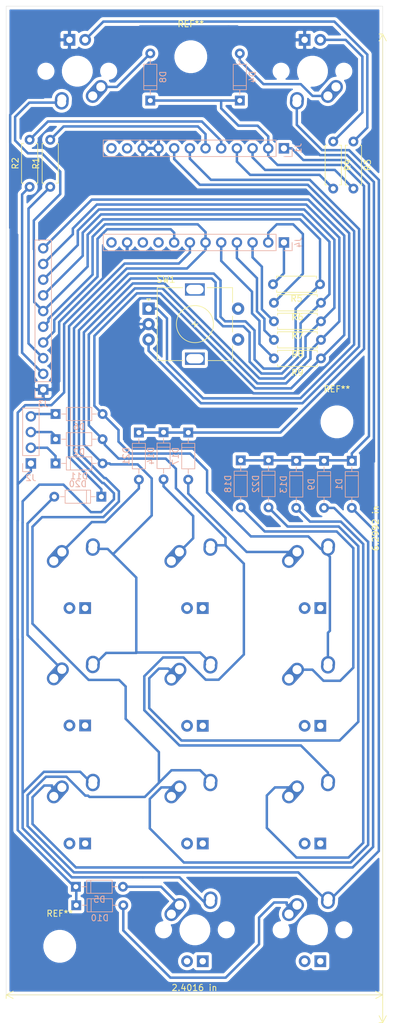
<source format=kicad_pcb>
(kicad_pcb (version 20171130) (host pcbnew "(5.1.4)-1")
  (layers (0 F.Cu signal) (31 B.Cu signal) (34 B.Paste user) (35 F.Paste user) (36 B.SilkS user) (37 F.SilkS user) (38 B.Mask user) (39 F.Mask user) (44 Edge.Cuts user))
  (net 0 "")
  (net 1 row_4)
  (net 2 "Net-(D1-Pad2)")
  (net 3 "Net-(D2-Pad1)")
  (net 4 column_3)
  (net 5 "Net-(D4-Pad2)")
  (net 6 row_3)
  (net 7 "Net-(D5-Pad2)")
  (net 8 row_5)
  (net 9 column_4)
  (net 10 "Net-(D6-Pad1)")
  (net 11 "Net-(D8-Pad2)")
  (net 12 "Net-(D9-Pad2)")
  (net 13 "Net-(D10-Pad2)")
  (net 14 "Net-(D11-Pad1)")
  (net 15 column_5)
  (net 16 "Net-(D13-Pad2)")
  (net 17 "Net-(D14-Pad2)")
  (net 18 "Net-(D17-Pad2)")
  (net 19 "Net-(D18-Pad2)")
  (net 20 "Net-(D20-Pad2)")
  (net 21 row_2)
  (net 22 "Net-(D21-Pad2)")
  (net 23 "Net-(D22-Pad2)")
  (net 24 row_1)
  (net 25 column_2)
  (net 26 column_1)
  (net 27 "Net-(J1-Pad6)")
  (net 28 "Net-(J1-Pad5)")
  (net 29 GNDD)
  (net 30 led_2)
  (net 31 led_1)
  (net 32 led_3)
  (net 33 "Net-(SW1-PadS1)")
  (net 34 "Net-(SW1-PadS2)")
  (net 35 "Net-(SW4-Pad3)")
  (net 36 "Net-(SW4-Pad4)")
  (net 37 "Net-(SW5-Pad4)")
  (net 38 "Net-(SW5-Pad3)")
  (net 39 led_4)
  (net 40 "Net-(SW9-Pad3)")
  (net 41 "Net-(SW9-Pad4)")
  (net 42 "Net-(SW10-Pad3)")
  (net 43 "Net-(SW10-Pad4)")
  (net 44 "Net-(SW13-Pad4)")
  (net 45 "Net-(SW13-Pad3)")
  (net 46 "Net-(SW14-Pad4)")
  (net 47 "Net-(SW14-Pad3)")
  (net 48 "Net-(SW17-Pad3)")
  (net 49 "Net-(SW17-Pad4)")
  (net 50 "Net-(SW18-Pad3)")
  (net 51 "Net-(SW18-Pad4)")
  (net 52 "Net-(SW20-Pad3)")
  (net 53 "Net-(SW20-Pad4)")
  (net 54 "Net-(SW21-Pad4)")
  (net 55 "Net-(SW21-Pad3)")
  (net 56 "Net-(SW22-Pad3)")
  (net 57 "Net-(SW22-Pad4)")
  (net 58 "Net-(J1-Pad7)")
  (net 59 "Net-(J1-Pad12)")
  (net 60 "Net-(J1-Pad11)")
  (net 61 "Net-(J1-Pad8)")
  (net 62 "Net-(J4-Pad9)")
  (net 63 "Net-(J4-Pad10)")
  (net 64 "Net-(J4-Pad12)")
  (net 65 "Net-(J1-Pad4)")
  (net 66 "Net-(J1-Pad3)")
  (net 67 "Net-(J4-Pad1)")
  (net 68 "Net-(J4-Pad2)")
  (net 69 "Net-(J4-Pad3)")
  (net 70 "Net-(J4-Pad5)")
  (net 71 "Net-(J4-Pad4)")
  (module Resistors_THT:R_Axial_DIN0207_L6.3mm_D2.5mm_P7.62mm_Horizontal (layer F.Cu) (at 100 75 180)
    (fp_text reference R9 (at 3.81 -2.31) (layer F.SilkS))
    (fp_text value R)
    (pad 1 thru_hole circle (at 0 0 180) (size 1.6 1.6) (drill 0.8) (layers *.Cu *.Mask) (net 9 column_4))
    (pad 2 thru_hole oval (at 7.62 0 180) (size 1.6 1.6) (drill 0.8) (layers *.Cu *.Mask) (net 70 "Net-(J4-Pad5)"))
  )
  (module Resistors_THT:R_Axial_DIN0207_L6.3mm_D2.5mm_P7.62mm_Horizontal (layer F.Cu) (at 100 72 180)
    (fp_text reference R8 (at 3.81 -2.31) (layer F.SilkS))
    (fp_text value R)
    (pad 2 thru_hole oval (at 7.62 0 180) (size 1.6 1.6) (drill 0.8) (layers *.Cu *.Mask) (net 71 "Net-(J4-Pad4)"))
    (pad 1 thru_hole circle (at 0 0 180) (size 1.6 1.6) (drill 0.8) (layers *.Cu *.Mask) (net 4 column_3))
  )
  (module Resistors_THT:R_Axial_DIN0207_L6.3mm_D2.5mm_P7.62mm_Horizontal (layer F.Cu) (at 100 69 180)
    (fp_text reference R7 (at 3.81 -2.31) (layer F.SilkS))
    (fp_text value R)
    (pad 1 thru_hole circle (at 0 0 180) (size 1.6 1.6) (drill 0.8) (layers *.Cu *.Mask) (net 15 column_5))
    (pad 2 thru_hole oval (at 7.62 0 180) (size 1.6 1.6) (drill 0.8) (layers *.Cu *.Mask) (net 69 "Net-(J4-Pad3)"))
  )
  (module Resistors_THT:R_Axial_DIN0207_L6.3mm_D2.5mm_P7.62mm_Horizontal (layer F.Cu) (at 99.85 63 180)
    (fp_text reference R5 (at 3.81 -2.31) (layer F.SilkS))
    (fp_text value R)
    (pad 2 thru_hole oval (at 7.62 0 180) (size 1.6 1.6) (drill 0.8) (layers *.Cu *.Mask) (net 67 "Net-(J4-Pad1)"))
    (pad 1 thru_hole circle (at 0 0 180) (size 1.6 1.6) (drill 0.8) (layers *.Cu *.Mask) (net 26 column_1))
  )
  (module Resistors_THT:R_Axial_DIN0207_L6.3mm_D2.5mm_P7.62mm_Horizontal (layer F.Cu) (at 100 66 180)
    (fp_text reference R6 (at 3.81 -2.31) (layer F.SilkS))
    (fp_text value R)
    (pad 2 thru_hole oval (at 7.62 0 180) (size 1.6 1.6) (drill 0.8) (layers *.Cu *.Mask) (net 68 "Net-(J4-Pad2)"))
    (pad 1 thru_hole circle (at 0 0 180) (size 1.6 1.6) (drill 0.8) (layers *.Cu *.Mask) (net 25 column_2))
  )
  (module Pin_Headers:Pin_Header_Straight_1x10_Pitch2.54mm (layer B.Cu) (at 55 80.04)
    (fp_text reference J3 (at 0 2.33) (layer B.SilkS) (effects (justify mirror)))
    (fp_text value Conn_01x10)
    (pad 1 thru_hole rect (at 0 0) (size 1.7 1.7) (drill 1) (layers *.Cu *.Mask) (net 29 GNDD))
    (pad 2 thru_hole oval (at 0 -2.54) (size 1.7 1.7) (drill 1) (layers *.Cu *.Mask) (net 30 led_2))
    (pad 3 thru_hole oval (at 0 -5.08) (size 1.7 1.7) (drill 1) (layers *.Cu *.Mask) (net 31 led_1))
    (pad 4 thru_hole oval (at 0 -7.62) (size 1.7 1.7) (drill 1) (layers *.Cu *.Mask) (net 24 row_1))
    (pad 5 thru_hole oval (at 0 -10.16) (size 1.7 1.7) (drill 1) (layers *.Cu *.Mask) (net 21 row_2))
    (pad 6 thru_hole oval (at 0 -12.7) (size 1.7 1.7) (drill 1) (layers *.Cu *.Mask) (net 26 column_1))
    (pad 7 thru_hole oval (at 0 -15.24) (size 1.7 1.7) (drill 1) (layers *.Cu *.Mask) (net 25 column_2))
    (pad 8 thru_hole oval (at 0 -17.78) (size 1.7 1.7) (drill 1) (layers *.Cu *.Mask) (net 15 column_5))
    (pad 9 thru_hole oval (at 0 -20.32) (size 1.7 1.7) (drill 1) (layers *.Cu *.Mask) (net 4 column_3))
    (pad 10 thru_hole oval (at 0 -22.86) (size 1.7 1.7) (drill 1) (layers *.Cu *.Mask) (net 9 column_4))
  )
  (module MX_Alps_Hybrid:MX-1U (layer F.Cu) (at 98.625 28.525 180)
    (fp_text reference SW3)
    (fp_text value SW_Push_LED)
    (pad "" np_thru_hole circle (at 5.08 0 228.0996) (size 1.75 1.75) (drill 1.75) (layers *.Cu *.Mask))
    (pad "" np_thru_hole circle (at -5.08 0 228.0996) (size 1.75 1.75) (drill 1.75) (layers *.Cu *.Mask))
    (pad 4 thru_hole rect (at 1.27 5.08 180) (size 1.905 1.905) (drill 1.04) (layers *.Cu B.Mask) (net 29 GNDD))
    (pad 3 thru_hole circle (at -1.27 5.08 180) (size 1.905 1.905) (drill 1.04) (layers *.Cu B.Mask) (net 32 led_3))
    (pad 1 thru_hole circle (at -2.5 -4 180) (size 2.25 2.25) (drill 1.47) (layers *.Cu B.Mask) (net 5 "Net-(D4-Pad2)"))
    (pad "" np_thru_hole circle (at 0 0 180) (size 3.9878 3.9878) (drill 3.9878) (layers *.Cu *.Mask))
    (pad 1 thru_hole oval (at -3.81 -2.54 228.0996) (size 4.211556 2.25) (drill 1.47 (offset 0.980778 0)) (layers *.Cu B.Mask) (net 5 "Net-(D4-Pad2)"))
    (pad 2 thru_hole circle (at 2.54 -5.08 180) (size 2.25 2.25) (drill 1.47) (layers *.Cu B.Mask) (net 25 column_2))
    (pad 2 thru_hole oval (at 2.5 -4.5 266.0548) (size 2.831378 2.25) (drill 1.47 (offset 0.290689 0)) (layers *.Cu B.Mask) (net 25 column_2))
  )
  (module Pin_Headers:Pin_Header_Straight_1x12_Pitch2.54mm (layer B.Cu) (at 94 56.24 90)
    (fp_text reference J4 (at 0 2.33 -90) (layer B.SilkS) (effects (justify mirror)))
    (fp_text value Conn_01x12)
    (pad 1 thru_hole rect (at 0 0 90) (size 1.7 1.7) (drill 1) (layers *.Cu *.Mask) (net 67 "Net-(J4-Pad1)"))
    (pad 2 thru_hole oval (at 0 -2.54 90) (size 1.7 1.7) (drill 1) (layers *.Cu *.Mask) (net 68 "Net-(J4-Pad2)"))
    (pad 3 thru_hole oval (at 0 -5.08 90) (size 1.7 1.7) (drill 1) (layers *.Cu *.Mask) (net 69 "Net-(J4-Pad3)"))
    (pad 4 thru_hole oval (at 0 -7.62 90) (size 1.7 1.7) (drill 1) (layers *.Cu *.Mask) (net 71 "Net-(J4-Pad4)"))
    (pad 5 thru_hole oval (at 0 -10.16 90) (size 1.7 1.7) (drill 1) (layers *.Cu *.Mask) (net 70 "Net-(J4-Pad5)"))
    (pad 6 thru_hole oval (at 0 -12.7 90) (size 1.7 1.7) (drill 1) (layers *.Cu *.Mask) (net 21 row_2))
    (pad 7 thru_hole oval (at 0 -15.24 90) (size 1.7 1.7) (drill 1) (layers *.Cu *.Mask) (net 8 row_5))
    (pad 8 thru_hole oval (at 0 -17.78 90) (size 1.7 1.7) (drill 1) (layers *.Cu *.Mask) (net 24 row_1))
    (pad 9 thru_hole oval (at 0 -20.32 90) (size 1.7 1.7) (drill 1) (layers *.Cu *.Mask) (net 62 "Net-(J4-Pad9)"))
    (pad 10 thru_hole oval (at 0 -22.86 90) (size 1.7 1.7) (drill 1) (layers *.Cu *.Mask) (net 63 "Net-(J4-Pad10)"))
    (pad 11 thru_hole oval (at 0 -25.4 90) (size 1.7 1.7) (drill 1) (layers *.Cu *.Mask) (net 29 GNDD))
    (pad 12 thru_hole oval (at 0 -27.94 90) (size 1.7 1.7) (drill 1) (layers *.Cu *.Mask) (net 64 "Net-(J4-Pad12)"))
  )
  (module Mounting_Holes:MountingHole_4.3mm_M4 (layer F.Cu) (at 102.59 85.27)
    (fp_text reference REF** (at 0 -5.3) (layer F.SilkS))
    (fp_text value MountingHole_4.3mm_M4)
    (pad 1 np_thru_hole circle (at 0 0) (size 4.3 4.3) (drill 4.3) (layers *.Cu *.Mask))
  )
  (module Mounting_Holes:MountingHole_4.3mm_M4 (layer F.Cu) (at 57.68 170.14)
    (fp_text reference REF** (at 0 -5.3) (layer F.SilkS))
    (fp_text value MountingHole_4.3mm_M4)
    (pad 1 np_thru_hole circle (at 0 0) (size 4.3 4.3) (drill 4.3) (layers *.Cu *.Mask))
  )
  (module Mounting_Holes:MountingHole_4.3mm_M4 (layer F.Cu) (at 78.91 26.18)
    (fp_text reference REF** (at 0 -5.3) (layer F.SilkS))
    (fp_text value MountingHole_4.3mm_M4)
    (pad 1 np_thru_hole circle (at 0 0) (size 4.3 4.3) (drill 4.3) (layers *.Cu *.Mask))
  )
  (module Diodes_THT:D_DO-35_SOD27_P7.62mm_Horizontal (layer B.Cu) (at 105 91.575 270)
    (fp_text reference D1 (at 3.81 2.06 90) (layer B.SilkS) (effects (justify mirror)))
    (fp_text value D)
    (pad 1 thru_hole rect (at 0 0 270) (size 1.6 1.6) (drill 0.8) (layers *.Cu *.Mask) (net 1 row_4))
    (pad 2 thru_hole oval (at 7.62 0 270) (size 1.6 1.6) (drill 0.8) (layers *.Cu *.Mask) (net 2 "Net-(D1-Pad2)"))
  )
  (module Diodes_THT:D_DO-35_SOD27_P7.62mm_Horizontal (layer B.Cu) (at 57 88.075)
    (fp_text reference D2 (at 3.81 2.06) (layer B.SilkS) (effects (justify mirror)))
    (fp_text value D)
    (pad 1 thru_hole rect (at 0 0) (size 1.6 1.6) (drill 0.8) (layers *.Cu *.Mask) (net 3 "Net-(D2-Pad1)"))
    (pad 2 thru_hole oval (at 7.62 0) (size 1.6 1.6) (drill 0.8) (layers *.Cu *.Mask) (net 4 column_3))
  )
  (module Diodes_THT:D_DO-35_SOD27_P7.62mm_Horizontal (layer B.Cu) (at 86.85 33.27 90)
    (fp_text reference D4 (at 3.81 2.06 90) (layer B.SilkS) (effects (justify mirror)))
    (fp_text value D)
    (pad 2 thru_hole oval (at 7.62 0 90) (size 1.6 1.6) (drill 0.8) (layers *.Cu *.Mask) (net 5 "Net-(D4-Pad2)"))
    (pad 1 thru_hole rect (at 0 0 90) (size 1.6 1.6) (drill 0.8) (layers *.Cu *.Mask) (net 6 row_3))
  )
  (module Diodes_THT:D_DO-35_SOD27_P7.62mm_Horizontal (layer B.Cu) (at 60.299 160.5)
    (fp_text reference D5 (at 3.81 2.06) (layer B.SilkS) (effects (justify mirror)))
    (fp_text value D)
    (pad 2 thru_hole oval (at 7.62 0) (size 1.6 1.6) (drill 0.8) (layers *.Cu *.Mask) (net 7 "Net-(D5-Pad2)"))
    (pad 1 thru_hole rect (at 0 0) (size 1.6 1.6) (drill 0.8) (layers *.Cu *.Mask) (net 8 row_5))
  )
  (module Diodes_THT:D_DO-35_SOD27_P7.62mm_Horizontal (layer B.Cu) (at 57 84)
    (fp_text reference D6 (at 3.81 2.06) (layer B.SilkS) (effects (justify mirror)))
    (fp_text value D)
    (pad 2 thru_hole oval (at 7.62 0) (size 1.6 1.6) (drill 0.8) (layers *.Cu *.Mask) (net 9 column_4))
    (pad 1 thru_hole rect (at 0 0) (size 1.6 1.6) (drill 0.8) (layers *.Cu *.Mask) (net 10 "Net-(D6-Pad1)"))
  )
  (module Diodes_THT:D_DO-35_SOD27_P7.62mm_Horizontal (layer B.Cu) (at 72.35 33.27 90)
    (fp_text reference D8 (at 3.81 2.06 90) (layer B.SilkS) (effects (justify mirror)))
    (fp_text value D)
    (pad 1 thru_hole rect (at 0 0 90) (size 1.6 1.6) (drill 0.8) (layers *.Cu *.Mask) (net 6 row_3))
    (pad 2 thru_hole oval (at 7.62 0 90) (size 1.6 1.6) (drill 0.8) (layers *.Cu *.Mask) (net 11 "Net-(D8-Pad2)"))
  )
  (module Diodes_THT:D_DO-35_SOD27_P7.62mm_Horizontal (layer B.Cu) (at 100.5 91.575 270)
    (fp_text reference D9 (at 3.81 2.06 90) (layer B.SilkS) (effects (justify mirror)))
    (fp_text value D)
    (pad 2 thru_hole oval (at 7.62 0 270) (size 1.6 1.6) (drill 0.8) (layers *.Cu *.Mask) (net 12 "Net-(D9-Pad2)"))
    (pad 1 thru_hole rect (at 0 0 270) (size 1.6 1.6) (drill 0.8) (layers *.Cu *.Mask) (net 1 row_4))
  )
  (module Diodes_THT:D_DO-35_SOD27_P7.62mm_Horizontal (layer B.Cu) (at 60.355 163.5)
    (fp_text reference D10 (at 3.81 2.06) (layer B.SilkS) (effects (justify mirror)))
    (fp_text value D)
    (pad 1 thru_hole rect (at 0 0) (size 1.6 1.6) (drill 0.8) (layers *.Cu *.Mask) (net 8 row_5))
    (pad 2 thru_hole oval (at 7.62 0) (size 1.6 1.6) (drill 0.8) (layers *.Cu *.Mask) (net 13 "Net-(D10-Pad2)"))
  )
  (module Diodes_THT:D_DO-35_SOD27_P7.62mm_Horizontal (layer B.Cu) (at 57 92)
    (fp_text reference D11 (at 3.81 2.06) (layer B.SilkS) (effects (justify mirror)))
    (fp_text value D)
    (pad 1 thru_hole rect (at 0 0) (size 1.6 1.6) (drill 0.8) (layers *.Cu *.Mask) (net 14 "Net-(D11-Pad1)"))
    (pad 2 thru_hole oval (at 7.62 0) (size 1.6 1.6) (drill 0.8) (layers *.Cu *.Mask) (net 15 column_5))
  )
  (module Diodes_THT:D_DO-35_SOD27_P7.62mm_Horizontal (layer B.Cu) (at 96 91.575 270)
    (fp_text reference D13 (at 3.81 2.06 90) (layer B.SilkS) (effects (justify mirror)))
    (fp_text value D)
    (pad 2 thru_hole oval (at 7.62 0 270) (size 1.6 1.6) (drill 0.8) (layers *.Cu *.Mask) (net 16 "Net-(D13-Pad2)"))
    (pad 1 thru_hole rect (at 0 0 270) (size 1.6 1.6) (drill 0.8) (layers *.Cu *.Mask) (net 1 row_4))
  )
  (module Diodes_THT:D_DO-35_SOD27_P7.62mm_Horizontal (layer B.Cu) (at 74.5 86.955 270)
    (fp_text reference D14 (at 3.81 2.06 90) (layer B.SilkS) (effects (justify mirror)))
    (fp_text value D)
    (pad 1 thru_hole rect (at 0 0 270) (size 1.6 1.6) (drill 0.8) (layers *.Cu *.Mask) (net 6 row_3))
    (pad 2 thru_hole oval (at 7.62 0 270) (size 1.6 1.6) (drill 0.8) (layers *.Cu *.Mask) (net 17 "Net-(D14-Pad2)"))
  )
  (module Diodes_THT:D_DO-35_SOD27_P7.62mm_Horizontal (layer B.Cu) (at 78.5 87 270)
    (fp_text reference D17 (at 3.81 2.06 90) (layer B.SilkS) (effects (justify mirror)))
    (fp_text value D)
    (pad 2 thru_hole oval (at 7.62 0 270) (size 1.6 1.6) (drill 0.8) (layers *.Cu *.Mask) (net 18 "Net-(D17-Pad2)"))
    (pad 1 thru_hole rect (at 0 0 270) (size 1.6 1.6) (drill 0.8) (layers *.Cu *.Mask) (net 6 row_3))
  )
  (module Diodes_THT:D_DO-35_SOD27_P7.62mm_Horizontal (layer B.Cu) (at 87 91.5 270)
    (fp_text reference D18 (at 3.81 2.06 90) (layer B.SilkS) (effects (justify mirror)))
    (fp_text value D)
    (pad 2 thru_hole oval (at 7.62 0 270) (size 1.6 1.6) (drill 0.8) (layers *.Cu *.Mask) (net 19 "Net-(D18-Pad2)"))
    (pad 1 thru_hole rect (at 0 0 270) (size 1.6 1.6) (drill 0.8) (layers *.Cu *.Mask) (net 1 row_4))
  )
  (module Diodes_THT:D_DO-35_SOD27_P7.62mm_Horizontal (layer B.Cu) (at 64.42 97.38 180)
    (fp_text reference D20 (at 3.81 2.06) (layer B.SilkS) (effects (justify mirror)))
    (fp_text value D)
    (pad 2 thru_hole oval (at 7.62 0 180) (size 1.6 1.6) (drill 0.8) (layers *.Cu *.Mask) (net 20 "Net-(D20-Pad2)"))
    (pad 1 thru_hole rect (at 0 0 180) (size 1.6 1.6) (drill 0.8) (layers *.Cu *.Mask) (net 21 row_2))
  )
  (module Diodes_THT:D_DO-35_SOD27_P7.62mm_Horizontal (layer B.Cu) (at 70.5 87 270)
    (fp_text reference D21 (at 3.81 2.06 90) (layer B.SilkS) (effects (justify mirror)))
    (fp_text value D)
    (pad 1 thru_hole rect (at 0 0 270) (size 1.6 1.6) (drill 0.8) (layers *.Cu *.Mask) (net 6 row_3))
    (pad 2 thru_hole oval (at 7.62 0 270) (size 1.6 1.6) (drill 0.8) (layers *.Cu *.Mask) (net 22 "Net-(D21-Pad2)"))
  )
  (module Diodes_THT:D_DO-35_SOD27_P7.62mm_Horizontal (layer B.Cu) (at 91.5 91.5 270)
    (fp_text reference D22 (at 3.81 2.06 90) (layer B.SilkS) (effects (justify mirror)))
    (fp_text value D)
    (pad 1 thru_hole rect (at 0 0 270) (size 1.6 1.6) (drill 0.8) (layers *.Cu *.Mask) (net 1 row_4))
    (pad 2 thru_hole oval (at 7.62 0 270) (size 1.6 1.6) (drill 0.8) (layers *.Cu *.Mask) (net 23 "Net-(D22-Pad2)"))
  )
  (module Rotary_Encoder:RotaryEncoder_Alps_EC11E-Switch_Vertical_H20mm (layer F.Cu) (at 72.075 66.95)
    (fp_text reference SW1 (at 2.8 -4.7) (layer F.SilkS))
    (fp_text value Rotary_Encoder_Switch)
    (pad S1 thru_hole circle (at 14.5 5) (size 2 2) (drill 1) (layers *.Cu *.Mask) (net 33 "Net-(SW1-PadS1)"))
    (pad S2 thru_hole circle (at 14.5 0) (size 2 2) (drill 1) (layers *.Cu *.Mask) (net 34 "Net-(SW1-PadS2)"))
    (pad MP thru_hole rect (at 7.5 8.1) (size 3.2 2) (drill oval 2.8 1.5) (layers *.Cu *.Mask))
    (pad MP thru_hole rect (at 7.5 -3.1) (size 3.2 2) (drill oval 2.8 1.5) (layers *.Cu *.Mask))
    (pad B thru_hole circle (at 0 5) (size 2 2) (drill 1) (layers *.Cu *.Mask) (net 58 "Net-(J1-Pad7)"))
    (pad C thru_hole circle (at 0 2.5) (size 2 2) (drill 1) (layers *.Cu *.Mask) (net 29 GNDD))
    (pad A thru_hole rect (at 0 0) (size 2 2) (drill 1) (layers *.Cu *.Mask) (net 61 "Net-(J1-Pad8)"))
  )
  (module MX_Alps_Hybrid:MX-1U (layer F.Cu) (at 60.525 148.425)
    (fp_text reference SW4)
    (fp_text value SW_Push_LED)
    (pad 2 thru_hole oval (at 2.5 -4.5 86.0548) (size 2.831378 2.25) (drill 1.47 (offset 0.290689 0)) (layers *.Cu B.Mask) (net 26 column_1))
    (pad 2 thru_hole circle (at 2.54 -5.08) (size 2.25 2.25) (drill 1.47) (layers *.Cu B.Mask) (net 26 column_1))
    (pad 1 thru_hole oval (at -3.81 -2.54 48.0996) (size 4.211556 2.25) (drill 1.47 (offset 0.980778 0)) (layers *.Cu B.Mask) (net 2 "Net-(D1-Pad2)"))
    (pad "" np_thru_hole circle (at 0 0) (size 3.9878 3.9878) (drill 3.9878) (layers *.Cu *.Mask))
    (pad 1 thru_hole circle (at -2.5 -4) (size 2.25 2.25) (drill 1.47) (layers *.Cu B.Mask) (net 2 "Net-(D1-Pad2)"))
    (pad 3 thru_hole circle (at -1.27 5.08) (size 1.905 1.905) (drill 1.04) (layers *.Cu B.Mask) (net 35 "Net-(SW4-Pad3)"))
    (pad 4 thru_hole rect (at 1.27 5.08) (size 1.905 1.905) (drill 1.04) (layers *.Cu B.Mask) (net 36 "Net-(SW4-Pad4)"))
    (pad "" np_thru_hole circle (at -5.08 0 48.0996) (size 1.75 1.75) (drill 1.75) (layers *.Cu *.Mask))
    (pad "" np_thru_hole circle (at 5.08 0 48.0996) (size 1.75 1.75) (drill 1.75) (layers *.Cu *.Mask))
  )
  (module MX_Alps_Hybrid:MX-1U (layer F.Cu) (at 79.575 167.475)
    (fp_text reference SW5)
    (fp_text value SW_Push_LED)
    (pad "" np_thru_hole circle (at 5.08 0 48.0996) (size 1.75 1.75) (drill 1.75) (layers *.Cu *.Mask))
    (pad "" np_thru_hole circle (at -5.08 0 48.0996) (size 1.75 1.75) (drill 1.75) (layers *.Cu *.Mask))
    (pad 4 thru_hole rect (at 1.27 5.08) (size 1.905 1.905) (drill 1.04) (layers *.Cu B.Mask) (net 37 "Net-(SW5-Pad4)"))
    (pad 3 thru_hole circle (at -1.27 5.08) (size 1.905 1.905) (drill 1.04) (layers *.Cu B.Mask) (net 38 "Net-(SW5-Pad3)"))
    (pad 1 thru_hole circle (at -2.5 -4) (size 2.25 2.25) (drill 1.47) (layers *.Cu B.Mask) (net 7 "Net-(D5-Pad2)"))
    (pad "" np_thru_hole circle (at 0 0) (size 3.9878 3.9878) (drill 3.9878) (layers *.Cu *.Mask))
    (pad 1 thru_hole oval (at -3.81 -2.54 48.0996) (size 4.211556 2.25) (drill 1.47 (offset 0.980778 0)) (layers *.Cu B.Mask) (net 7 "Net-(D5-Pad2)"))
    (pad 2 thru_hole circle (at 2.54 -5.08) (size 2.25 2.25) (drill 1.47) (layers *.Cu B.Mask) (net 26 column_1))
    (pad 2 thru_hole oval (at 2.5 -4.5 86.0548) (size 2.831378 2.25) (drill 1.47 (offset 0.290689 0)) (layers *.Cu B.Mask) (net 26 column_1))
  )
  (module MX_Alps_Hybrid:MX-1U (layer F.Cu) (at 60.525 28.525 180)
    (fp_text reference SW8)
    (fp_text value SW_Push_LED)
    (pad "" np_thru_hole circle (at 5.08 0 228.0996) (size 1.75 1.75) (drill 1.75) (layers *.Cu *.Mask))
    (pad "" np_thru_hole circle (at -5.08 0 228.0996) (size 1.75 1.75) (drill 1.75) (layers *.Cu *.Mask))
    (pad 4 thru_hole rect (at 1.27 5.08 180) (size 1.905 1.905) (drill 1.04) (layers *.Cu B.Mask) (net 29 GNDD))
    (pad 3 thru_hole circle (at -1.27 5.08 180) (size 1.905 1.905) (drill 1.04) (layers *.Cu B.Mask) (net 39 led_4))
    (pad 1 thru_hole circle (at -2.5 -4 180) (size 2.25 2.25) (drill 1.47) (layers *.Cu B.Mask) (net 11 "Net-(D8-Pad2)"))
    (pad "" np_thru_hole circle (at 0 0 180) (size 3.9878 3.9878) (drill 3.9878) (layers *.Cu *.Mask))
    (pad 1 thru_hole oval (at -3.81 -2.54 228.0996) (size 4.211556 2.25) (drill 1.47 (offset 0.980778 0)) (layers *.Cu B.Mask) (net 11 "Net-(D8-Pad2)"))
    (pad 2 thru_hole circle (at 2.54 -5.08 180) (size 2.25 2.25) (drill 1.47) (layers *.Cu B.Mask) (net 26 column_1))
    (pad 2 thru_hole oval (at 2.5 -4.5 266.0548) (size 2.831378 2.25) (drill 1.47 (offset 0.290689 0)) (layers *.Cu B.Mask) (net 26 column_1))
  )
  (module MX_Alps_Hybrid:MX-1U (layer F.Cu) (at 79.575 148.425)
    (fp_text reference SW9)
    (fp_text value SW_Push_LED)
    (pad 2 thru_hole oval (at 2.5 -4.5 86.0548) (size 2.831378 2.25) (drill 1.47 (offset 0.290689 0)) (layers *.Cu B.Mask) (net 25 column_2))
    (pad 2 thru_hole circle (at 2.54 -5.08) (size 2.25 2.25) (drill 1.47) (layers *.Cu B.Mask) (net 25 column_2))
    (pad 1 thru_hole oval (at -3.81 -2.54 48.0996) (size 4.211556 2.25) (drill 1.47 (offset 0.980778 0)) (layers *.Cu B.Mask) (net 12 "Net-(D9-Pad2)"))
    (pad "" np_thru_hole circle (at 0 0) (size 3.9878 3.9878) (drill 3.9878) (layers *.Cu *.Mask))
    (pad 1 thru_hole circle (at -2.5 -4) (size 2.25 2.25) (drill 1.47) (layers *.Cu B.Mask) (net 12 "Net-(D9-Pad2)"))
    (pad 3 thru_hole circle (at -1.27 5.08) (size 1.905 1.905) (drill 1.04) (layers *.Cu B.Mask) (net 40 "Net-(SW9-Pad3)"))
    (pad 4 thru_hole rect (at 1.27 5.08) (size 1.905 1.905) (drill 1.04) (layers *.Cu B.Mask) (net 41 "Net-(SW9-Pad4)"))
    (pad "" np_thru_hole circle (at -5.08 0 48.0996) (size 1.75 1.75) (drill 1.75) (layers *.Cu *.Mask))
    (pad "" np_thru_hole circle (at 5.08 0 48.0996) (size 1.75 1.75) (drill 1.75) (layers *.Cu *.Mask))
  )
  (module MX_Alps_Hybrid:MX-1U (layer F.Cu) (at 98.625 167.475)
    (fp_text reference SW10)
    (fp_text value SW_Push_LED)
    (pad 2 thru_hole oval (at 2.5 -4.5 86.0548) (size 2.831378 2.25) (drill 1.47 (offset 0.290689 0)) (layers *.Cu B.Mask) (net 25 column_2))
    (pad 2 thru_hole circle (at 2.54 -5.08) (size 2.25 2.25) (drill 1.47) (layers *.Cu B.Mask) (net 25 column_2))
    (pad 1 thru_hole oval (at -3.81 -2.54 48.0996) (size 4.211556 2.25) (drill 1.47 (offset 0.980778 0)) (layers *.Cu B.Mask) (net 13 "Net-(D10-Pad2)"))
    (pad "" np_thru_hole circle (at 0 0) (size 3.9878 3.9878) (drill 3.9878) (layers *.Cu *.Mask))
    (pad 1 thru_hole circle (at -2.5 -4) (size 2.25 2.25) (drill 1.47) (layers *.Cu B.Mask) (net 13 "Net-(D10-Pad2)"))
    (pad 3 thru_hole circle (at -1.27 5.08) (size 1.905 1.905) (drill 1.04) (layers *.Cu B.Mask) (net 42 "Net-(SW10-Pad3)"))
    (pad 4 thru_hole rect (at 1.27 5.08) (size 1.905 1.905) (drill 1.04) (layers *.Cu B.Mask) (net 43 "Net-(SW10-Pad4)"))
    (pad "" np_thru_hole circle (at -5.08 0 48.0996) (size 1.75 1.75) (drill 1.75) (layers *.Cu *.Mask))
    (pad "" np_thru_hole circle (at 5.08 0 48.0996) (size 1.75 1.75) (drill 1.75) (layers *.Cu *.Mask))
  )
  (module MX_Alps_Hybrid:MX-1U (layer F.Cu) (at 79.575 110.325)
    (fp_text reference SW13)
    (fp_text value SW_Push_LED)
    (pad "" np_thru_hole circle (at 5.08 0 48.0996) (size 1.75 1.75) (drill 1.75) (layers *.Cu *.Mask))
    (pad "" np_thru_hole circle (at -5.08 0 48.0996) (size 1.75 1.75) (drill 1.75) (layers *.Cu *.Mask))
    (pad 4 thru_hole rect (at 1.27 5.08) (size 1.905 1.905) (drill 1.04) (layers *.Cu B.Mask) (net 44 "Net-(SW13-Pad4)"))
    (pad 3 thru_hole circle (at -1.27 5.08) (size 1.905 1.905) (drill 1.04) (layers *.Cu B.Mask) (net 45 "Net-(SW13-Pad3)"))
    (pad 1 thru_hole circle (at -2.5 -4) (size 2.25 2.25) (drill 1.47) (layers *.Cu B.Mask) (net 17 "Net-(D14-Pad2)"))
    (pad "" np_thru_hole circle (at 0 0) (size 3.9878 3.9878) (drill 3.9878) (layers *.Cu *.Mask))
    (pad 1 thru_hole oval (at -3.81 -2.54 48.0996) (size 4.211556 2.25) (drill 1.47 (offset 0.980778 0)) (layers *.Cu B.Mask) (net 17 "Net-(D14-Pad2)"))
    (pad 2 thru_hole circle (at 2.54 -5.08) (size 2.25 2.25) (drill 1.47) (layers *.Cu B.Mask) (net 4 column_3))
    (pad 2 thru_hole oval (at 2.5 -4.5 86.0548) (size 2.831378 2.25) (drill 1.47 (offset 0.290689 0)) (layers *.Cu B.Mask) (net 4 column_3))
  )
  (module MX_Alps_Hybrid:MX-1U (layer F.Cu) (at 98.625 148.425)
    (fp_text reference SW14)
    (fp_text value SW_Push_LED)
    (pad "" np_thru_hole circle (at 5.08 0 48.0996) (size 1.75 1.75) (drill 1.75) (layers *.Cu *.Mask))
    (pad "" np_thru_hole circle (at -5.08 0 48.0996) (size 1.75 1.75) (drill 1.75) (layers *.Cu *.Mask))
    (pad 4 thru_hole rect (at 1.27 5.08) (size 1.905 1.905) (drill 1.04) (layers *.Cu B.Mask) (net 46 "Net-(SW14-Pad4)"))
    (pad 3 thru_hole circle (at -1.27 5.08) (size 1.905 1.905) (drill 1.04) (layers *.Cu B.Mask) (net 47 "Net-(SW14-Pad3)"))
    (pad 1 thru_hole circle (at -2.5 -4) (size 2.25 2.25) (drill 1.47) (layers *.Cu B.Mask) (net 16 "Net-(D13-Pad2)"))
    (pad "" np_thru_hole circle (at 0 0) (size 3.9878 3.9878) (drill 3.9878) (layers *.Cu *.Mask))
    (pad 1 thru_hole oval (at -3.81 -2.54 48.0996) (size 4.211556 2.25) (drill 1.47 (offset 0.980778 0)) (layers *.Cu B.Mask) (net 16 "Net-(D13-Pad2)"))
    (pad 2 thru_hole circle (at 2.54 -5.08) (size 2.25 2.25) (drill 1.47) (layers *.Cu B.Mask) (net 4 column_3))
    (pad 2 thru_hole oval (at 2.5 -4.5 86.0548) (size 2.831378 2.25) (drill 1.47 (offset 0.290689 0)) (layers *.Cu B.Mask) (net 4 column_3))
  )
  (module MX_Alps_Hybrid:MX-1U (layer F.Cu) (at 98.625 110.325)
    (fp_text reference SW17)
    (fp_text value SW_Push_LED)
    (pad 2 thru_hole oval (at 2.5 -4.5 86.0548) (size 2.831378 2.25) (drill 1.47 (offset 0.290689 0)) (layers *.Cu B.Mask) (net 9 column_4))
    (pad 2 thru_hole circle (at 2.54 -5.08) (size 2.25 2.25) (drill 1.47) (layers *.Cu B.Mask) (net 9 column_4))
    (pad 1 thru_hole oval (at -3.81 -2.54 48.0996) (size 4.211556 2.25) (drill 1.47 (offset 0.980778 0)) (layers *.Cu B.Mask) (net 18 "Net-(D17-Pad2)"))
    (pad "" np_thru_hole circle (at 0 0) (size 3.9878 3.9878) (drill 3.9878) (layers *.Cu *.Mask))
    (pad 1 thru_hole circle (at -2.5 -4) (size 2.25 2.25) (drill 1.47) (layers *.Cu B.Mask) (net 18 "Net-(D17-Pad2)"))
    (pad 3 thru_hole circle (at -1.27 5.08) (size 1.905 1.905) (drill 1.04) (layers *.Cu B.Mask) (net 48 "Net-(SW17-Pad3)"))
    (pad 4 thru_hole rect (at 1.27 5.08) (size 1.905 1.905) (drill 1.04) (layers *.Cu B.Mask) (net 49 "Net-(SW17-Pad4)"))
    (pad "" np_thru_hole circle (at -5.08 0 48.0996) (size 1.75 1.75) (drill 1.75) (layers *.Cu *.Mask))
    (pad "" np_thru_hole circle (at 5.08 0 48.0996) (size 1.75 1.75) (drill 1.75) (layers *.Cu *.Mask))
  )
  (module MX_Alps_Hybrid:MX-1U (layer F.Cu) (at 98.625 129.375)
    (fp_text reference SW18)
    (fp_text value SW_Push_LED)
    (pad 2 thru_hole oval (at 2.5 -4.5 86.0548) (size 2.831378 2.25) (drill 1.47 (offset 0.290689 0)) (layers *.Cu B.Mask) (net 9 column_4))
    (pad 2 thru_hole circle (at 2.54 -5.08) (size 2.25 2.25) (drill 1.47) (layers *.Cu B.Mask) (net 9 column_4))
    (pad 1 thru_hole oval (at -3.81 -2.54 48.0996) (size 4.211556 2.25) (drill 1.47 (offset 0.980778 0)) (layers *.Cu B.Mask) (net 19 "Net-(D18-Pad2)"))
    (pad "" np_thru_hole circle (at 0 0) (size 3.9878 3.9878) (drill 3.9878) (layers *.Cu *.Mask))
    (pad 1 thru_hole circle (at -2.5 -4) (size 2.25 2.25) (drill 1.47) (layers *.Cu B.Mask) (net 19 "Net-(D18-Pad2)"))
    (pad 3 thru_hole circle (at -1.27 5.08) (size 1.905 1.905) (drill 1.04) (layers *.Cu B.Mask) (net 50 "Net-(SW18-Pad3)"))
    (pad 4 thru_hole rect (at 1.27 5.08) (size 1.905 1.905) (drill 1.04) (layers *.Cu B.Mask) (net 51 "Net-(SW18-Pad4)"))
    (pad "" np_thru_hole circle (at -5.08 0 48.0996) (size 1.75 1.75) (drill 1.75) (layers *.Cu *.Mask))
    (pad "" np_thru_hole circle (at 5.08 0 48.0996) (size 1.75 1.75) (drill 1.75) (layers *.Cu *.Mask))
  )
  (module MX_Alps_Hybrid:MX-1U (layer F.Cu) (at 60.525 129.325)
    (fp_text reference SW20)
    (fp_text value SW_Push_LED)
    (pad 2 thru_hole oval (at 2.5 -4.5 86.0548) (size 2.831378 2.25) (drill 1.47 (offset 0.290689 0)) (layers *.Cu B.Mask) (net 15 column_5))
    (pad 2 thru_hole circle (at 2.54 -5.08) (size 2.25 2.25) (drill 1.47) (layers *.Cu B.Mask) (net 15 column_5))
    (pad 1 thru_hole oval (at -3.81 -2.54 48.0996) (size 4.211556 2.25) (drill 1.47 (offset 0.980778 0)) (layers *.Cu B.Mask) (net 20 "Net-(D20-Pad2)"))
    (pad "" np_thru_hole circle (at 0 0) (size 3.9878 3.9878) (drill 3.9878) (layers *.Cu *.Mask))
    (pad 1 thru_hole circle (at -2.5 -4) (size 2.25 2.25) (drill 1.47) (layers *.Cu B.Mask) (net 20 "Net-(D20-Pad2)"))
    (pad 3 thru_hole circle (at -1.27 5.08) (size 1.905 1.905) (drill 1.04) (layers *.Cu B.Mask) (net 52 "Net-(SW20-Pad3)"))
    (pad 4 thru_hole rect (at 1.27 5.08) (size 1.905 1.905) (drill 1.04) (layers *.Cu B.Mask) (net 53 "Net-(SW20-Pad4)"))
    (pad "" np_thru_hole circle (at -5.08 0 48.0996) (size 1.75 1.75) (drill 1.75) (layers *.Cu *.Mask))
    (pad "" np_thru_hole circle (at 5.08 0 48.0996) (size 1.75 1.75) (drill 1.75) (layers *.Cu *.Mask))
  )
  (module MX_Alps_Hybrid:MX-1U (layer F.Cu) (at 60.525 110.325)
    (fp_text reference SW21)
    (fp_text value SW_Push_LED)
    (pad "" np_thru_hole circle (at 5.08 0 48.0996) (size 1.75 1.75) (drill 1.75) (layers *.Cu *.Mask))
    (pad "" np_thru_hole circle (at -5.08 0 48.0996) (size 1.75 1.75) (drill 1.75) (layers *.Cu *.Mask))
    (pad 4 thru_hole rect (at 1.27 5.08) (size 1.905 1.905) (drill 1.04) (layers *.Cu B.Mask) (net 54 "Net-(SW21-Pad4)"))
    (pad 3 thru_hole circle (at -1.27 5.08) (size 1.905 1.905) (drill 1.04) (layers *.Cu B.Mask) (net 55 "Net-(SW21-Pad3)"))
    (pad 1 thru_hole circle (at -2.5 -4) (size 2.25 2.25) (drill 1.47) (layers *.Cu B.Mask) (net 22 "Net-(D21-Pad2)"))
    (pad "" np_thru_hole circle (at 0 0) (size 3.9878 3.9878) (drill 3.9878) (layers *.Cu *.Mask))
    (pad 1 thru_hole oval (at -3.81 -2.54 48.0996) (size 4.211556 2.25) (drill 1.47 (offset 0.980778 0)) (layers *.Cu B.Mask) (net 22 "Net-(D21-Pad2)"))
    (pad 2 thru_hole circle (at 2.54 -5.08) (size 2.25 2.25) (drill 1.47) (layers *.Cu B.Mask) (net 15 column_5))
    (pad 2 thru_hole oval (at 2.5 -4.5 86.0548) (size 2.831378 2.25) (drill 1.47 (offset 0.290689 0)) (layers *.Cu B.Mask) (net 15 column_5))
  )
  (module MX_Alps_Hybrid:MX-1U (layer F.Cu) (at 79.575 129.375)
    (fp_text reference SW22)
    (fp_text value SW_Push_LED)
    (pad 2 thru_hole oval (at 2.5 -4.5 86.0548) (size 2.831378 2.25) (drill 1.47 (offset 0.290689 0)) (layers *.Cu B.Mask) (net 15 column_5))
    (pad 2 thru_hole circle (at 2.54 -5.08) (size 2.25 2.25) (drill 1.47) (layers *.Cu B.Mask) (net 15 column_5))
    (pad 1 thru_hole oval (at -3.81 -2.54 48.0996) (size 4.211556 2.25) (drill 1.47 (offset 0.980778 0)) (layers *.Cu B.Mask) (net 23 "Net-(D22-Pad2)"))
    (pad "" np_thru_hole circle (at 0 0) (size 3.9878 3.9878) (drill 3.9878) (layers *.Cu *.Mask))
    (pad 1 thru_hole circle (at -2.5 -4) (size 2.25 2.25) (drill 1.47) (layers *.Cu B.Mask) (net 23 "Net-(D22-Pad2)"))
    (pad 3 thru_hole circle (at -1.27 5.08) (size 1.905 1.905) (drill 1.04) (layers *.Cu B.Mask) (net 56 "Net-(SW22-Pad3)"))
    (pad 4 thru_hole rect (at 1.27 5.08) (size 1.905 1.905) (drill 1.04) (layers *.Cu B.Mask) (net 57 "Net-(SW22-Pad4)"))
    (pad "" np_thru_hole circle (at -5.08 0 48.0996) (size 1.75 1.75) (drill 1.75) (layers *.Cu *.Mask))
    (pad "" np_thru_hole circle (at 5.08 0 48.0996) (size 1.75 1.75) (drill 1.75) (layers *.Cu *.Mask))
  )
  (module Pin_Headers:Pin_Header_Straight_1x04_Pitch2.54mm (layer B.Cu) (at 53 92)
    (fp_text reference J2 (at 0 2.33) (layer B.SilkS) (effects (justify mirror)))
    (fp_text value Conn_01x04)
    (pad 4 thru_hole oval (at 0 -7.62) (size 1.7 1.7) (drill 1) (layers *.Cu *.Mask) (net 10 "Net-(D6-Pad1)"))
    (pad 3 thru_hole oval (at 0 -5.08) (size 1.7 1.7) (drill 1) (layers *.Cu *.Mask) (net 3 "Net-(D2-Pad1)"))
    (pad 2 thru_hole oval (at 0 -2.54) (size 1.7 1.7) (drill 1) (layers *.Cu *.Mask) (net 14 "Net-(D11-Pad1)"))
    (pad 1 thru_hole rect (at 0 0) (size 1.7 1.7) (drill 1) (layers *.Cu *.Mask) (net 8 row_5))
  )
  (module Pin_Headers:Pin_Header_Straight_1x12_Pitch2.54mm (layer B.Cu) (at 94 41 90)
    (fp_text reference J1 (at 0 2.33 -90) (layer B.SilkS) (effects (justify mirror)))
    (fp_text value Conn_01x12)
    (pad 12 thru_hole oval (at 0 -27.94 90) (size 1.7 1.7) (drill 1) (layers *.Cu *.Mask) (net 59 "Net-(J1-Pad12)"))
    (pad 11 thru_hole oval (at 0 -25.4 90) (size 1.7 1.7) (drill 1) (layers *.Cu *.Mask) (net 60 "Net-(J1-Pad11)"))
    (pad 10 thru_hole oval (at 0 -22.86 90) (size 1.7 1.7) (drill 1) (layers *.Cu *.Mask) (net 29 GNDD))
    (pad 9 thru_hole oval (at 0 -20.32 90) (size 1.7 1.7) (drill 1) (layers *.Cu *.Mask) (net 29 GNDD))
    (pad 8 thru_hole oval (at 0 -17.78 90) (size 1.7 1.7) (drill 1) (layers *.Cu *.Mask) (net 61 "Net-(J1-Pad8)"))
    (pad 7 thru_hole oval (at 0 -15.24 90) (size 1.7 1.7) (drill 1) (layers *.Cu *.Mask) (net 58 "Net-(J1-Pad7)"))
    (pad 6 thru_hole oval (at 0 -12.7 90) (size 1.7 1.7) (drill 1) (layers *.Cu *.Mask) (net 27 "Net-(J1-Pad6)"))
    (pad 5 thru_hole oval (at 0 -10.16 90) (size 1.7 1.7) (drill 1) (layers *.Cu *.Mask) (net 28 "Net-(J1-Pad5)"))
    (pad 4 thru_hole oval (at 0 -7.62 90) (size 1.7 1.7) (drill 1) (layers *.Cu *.Mask) (net 65 "Net-(J1-Pad4)"))
    (pad 3 thru_hole oval (at 0 -5.08 90) (size 1.7 1.7) (drill 1) (layers *.Cu *.Mask) (net 66 "Net-(J1-Pad3)"))
    (pad 2 thru_hole oval (at 0 -2.54 90) (size 1.7 1.7) (drill 1) (layers *.Cu *.Mask) (net 6 row_3))
    (pad 1 thru_hole rect (at 0 0 90) (size 1.7 1.7) (drill 1) (layers *.Cu *.Mask) (net 1 row_4))
  )
  (module Resistors_THT:R_Axial_DIN0207_L6.3mm_D2.5mm_P7.62mm_Horizontal (layer F.Cu) (at 56.14 47.24 90)
    (fp_text reference R1 (at 3.81 -2.31 90) (layer F.SilkS))
    (fp_text value R)
    (pad 2 thru_hole oval (at 7.62 0 90) (size 1.6 1.6) (drill 0.8) (layers *.Cu *.Mask) (net 27 "Net-(J1-Pad6)"))
    (pad 1 thru_hole circle (at 0 0 90) (size 1.6 1.6) (drill 0.8) (layers *.Cu *.Mask) (net 31 led_1))
  )
  (module Resistors_THT:R_Axial_DIN0207_L6.3mm_D2.5mm_P7.62mm_Horizontal (layer F.Cu) (at 52.8 47.24 90)
    (fp_text reference R2 (at 3.81 -2.31 90) (layer F.SilkS))
    (fp_text value R)
    (pad 1 thru_hole circle (at 0 0 90) (size 1.6 1.6) (drill 0.8) (layers *.Cu *.Mask) (net 30 led_2))
    (pad 2 thru_hole oval (at 7.62 0 90) (size 1.6 1.6) (drill 0.8) (layers *.Cu *.Mask) (net 28 "Net-(J1-Pad5)"))
  )
  (module Resistors_THT:R_Axial_DIN0207_L6.3mm_D2.5mm_P7.62mm_Horizontal (layer F.Cu) (at 105.26 39.9 270)
    (fp_text reference R3 (at 3.81 -2.31 90) (layer F.SilkS))
    (fp_text value R)
    (pad 2 thru_hole oval (at 7.62 0 270) (size 1.6 1.6) (drill 0.8) (layers *.Cu *.Mask) (net 66 "Net-(J1-Pad3)"))
    (pad 1 thru_hole circle (at 0 0 270) (size 1.6 1.6) (drill 0.8) (layers *.Cu *.Mask) (net 39 led_4))
  )
  (module Resistors_THT:R_Axial_DIN0207_L6.3mm_D2.5mm_P7.62mm_Horizontal (layer F.Cu) (at 101.99 39.9 270)
    (fp_text reference R4 (at 3.81 -2.31 90) (layer F.SilkS))
    (fp_text value R)
    (pad 1 thru_hole circle (at 0 0 270) (size 1.6 1.6) (drill 0.8) (layers *.Cu *.Mask) (net 32 led_3))
    (pad 2 thru_hole oval (at 7.62 0 270) (size 1.6 1.6) (drill 0.8) (layers *.Cu *.Mask) (net 65 "Net-(J1-Pad4)"))
  )
  (dimension 61 (width 0.12) (layer F.SilkS) (gr_text "61.000 mm" (at 79.5 179.27) (layer F.SilkS) (effects (font (size 1 1) (thickness 0.15)))) (feature1 (pts (xy 110 178) (xy 110 178.586421))) (feature2 (pts (xy 49 178) (xy 49 178.586421))) (crossbar (pts (xy 49 178) (xy 110 178))) (arrow1a (pts (xy 110 178) (xy 108.873496 178.586421))) (arrow1b (pts (xy 110 178) (xy 108.873496 177.413579))) (arrow2a (pts (xy 49 178) (xy 50.126504 178.586421))) (arrow2b (pts (xy 49 178) (xy 50.126504 177.413579))))
  (dimension 160 (width 0.12) (layer F.SilkS) (gr_text "160.000 mm" (at 108.73 102.5 270) (layer F.SilkS) (effects (font (size 1 1) (thickness 0.15)))) (feature1 (pts (xy 110 182.5) (xy 109.413579 182.5))) (feature2 (pts (xy 110 22.5) (xy 109.413579 22.5))) (crossbar (pts (xy 110 22.5) (xy 110 182.5))) (arrow1a (pts (xy 110 182.5) (xy 109.413579 181.373496))) (arrow1b (pts (xy 110 182.5) (xy 110.586421 181.373496))) (arrow2a (pts (xy 110 22.5) (xy 109.413579 23.626504))) (arrow2b (pts (xy 110 22.5) (xy 110.586421 23.626504))))
  (gr_line (start 110 18) (end 49 18) (layer Edge.Cuts) (width 0.05))
  (gr_line (start 110 178) (end 110 18) (layer Edge.Cuts) (width 0.05))
  (gr_line (start 49 178) (end 110 178) (layer Edge.Cuts) (width 0.05))
  (gr_line (start 49 18) (end 49 178) (layer Edge.Cuts) (width 0.05))
  (segment (start 104.925 91.5) (end 105 91.575) (width 0.4) (layer B.Cu) (net 1))
  (segment (start 87 91.5) (end 104.925 91.5) (width 0.4) (layer B.Cu) (net 1))
  (segment (start 95.25 41) (end 97.150023 42.900023) (width 0.4) (layer B.Cu) (net 1))
  (segment (start 105 90.375) (end 105 91.575) (width 0.4) (layer B.Cu) (net 1))
  (segment (start 107.774968 87.600032) (end 105 90.375) (width 0.4) (layer B.Cu) (net 1))
  (segment (start 103.897251 42.900023) (end 107.774968 46.77774) (width 0.4) (layer B.Cu) (net 1))
  (segment (start 107.774968 46.77774) (end 107.774968 87.600032) (width 0.4) (layer B.Cu) (net 1))
  (segment (start 94 41) (end 95.25 41) (width 0.4) (layer B.Cu) (net 1))
  (segment (start 97.150023 42.900023) (end 103.897251 42.900023) (width 0.4) (layer B.Cu) (net 1))
  (segment (start 108.449989 102.644989) (end 105 99.195) (width 0.4) (layer B.Cu) (net 2))
  (segment (start 108.449989 154.052779) (end 108.449989 102.644989) (width 0.4) (layer B.Cu) (net 2))
  (segment (start 105.122748 157.38002) (end 108.449989 154.052779) (width 0.4) (layer B.Cu) (net 2))
  (segment (start 60.30002 157.38002) (end 105.122748 157.38002) (width 0.4) (layer B.Cu) (net 2))
  (segment (start 53.27 150.35) (end 60.30002 157.38002) (width 0.4) (layer B.Cu) (net 2))
  (segment (start 58.025 144.425) (end 56.43401 144.425) (width 0.4) (layer B.Cu) (net 2))
  (segment (start 56.43401 144.425) (end 56.43 144.42099) (width 0.4) (layer B.Cu) (net 2))
  (segment (start 56.43 144.42099) (end 56.43 144.12) (width 0.4) (layer B.Cu) (net 2))
  (segment (start 56.43 144.12) (end 55.16 144.12) (width 0.4) (layer B.Cu) (net 2))
  (segment (start 55.16 144.12) (end 53.27 146.01) (width 0.4) (layer B.Cu) (net 2))
  (segment (start 53.27 146.01) (end 53.27 150.35) (width 0.4) (layer B.Cu) (net 2))
  (segment (start 57 88.075) (end 57 87.59) (width 0.4) (layer B.Cu) (net 3))
  (segment (start 56.33 86.92) (end 53 86.92) (width 0.4) (layer B.Cu) (net 3))
  (segment (start 57 87.59) (end 56.33 86.92) (width 0.4) (layer B.Cu) (net 3))
  (segment (start 84.535 105.245) (end 82.115 105.245) (width 0.4) (layer B.Cu) (net 4))
  (segment (start 87.51 108.22) (end 84.535 105.245) (width 0.4) (layer B.Cu) (net 4))
  (segment (start 83.43 127) (end 87.51 122.92) (width 0.4) (layer B.Cu) (net 4))
  (segment (start 81.33 127) (end 83.43 127) (width 0.4) (layer B.Cu) (net 4))
  (segment (start 87.51 122.92) (end 87.51 108.22) (width 0.4) (layer B.Cu) (net 4))
  (segment (start 74.408616 123.4) (end 77.73 123.4) (width 0.4) (layer B.Cu) (net 4))
  (segment (start 101.125 142.015) (end 96.75001 137.64001) (width 0.4) (layer B.Cu) (net 4))
  (segment (start 101.125 143.925) (end 101.125 142.015) (width 0.4) (layer B.Cu) (net 4))
  (segment (start 96.75001 137.64001) (end 77.078626 137.64001) (width 0.4) (layer B.Cu) (net 4))
  (segment (start 77.078626 137.64001) (end 71.37999 131.941374) (width 0.4) (layer B.Cu) (net 4))
  (segment (start 71.37999 131.941374) (end 71.37999 126.428626) (width 0.4) (layer B.Cu) (net 4))
  (segment (start 77.73 123.4) (end 81.33 127) (width 0.4) (layer B.Cu) (net 4))
  (segment (start 71.37999 126.428626) (end 74.408616 123.4) (width 0.4) (layer B.Cu) (net 4))
  (segment (start 64.62 88.075) (end 62.39004 85.84504) (width 0.4) (layer B.Cu) (net 4))
  (segment (start 64.97 88.8) (end 64.62 88.45) (width 0.4) (layer B.Cu) (net 4))
  (segment (start 84.535 104.035) (end 76.5 96) (width 0.4) (layer B.Cu) (net 4))
  (segment (start 84.535 105.245) (end 84.535 104.035) (width 0.4) (layer B.Cu) (net 4))
  (segment (start 76.5 96) (end 76.5 92.86) (width 0.4) (layer B.Cu) (net 4))
  (segment (start 76.5 92.86) (end 74.86 91.22) (width 0.4) (layer B.Cu) (net 4))
  (segment (start 64.97 88.98) (end 64.97 88.8) (width 0.4) (layer B.Cu) (net 4))
  (segment (start 74.86 91.22) (end 67.21 91.22) (width 0.4) (layer B.Cu) (net 4))
  (segment (start 64.62 88.45) (end 64.62 88.075) (width 0.4) (layer B.Cu) (net 4))
  (segment (start 67.21 91.22) (end 64.97 88.98) (width 0.4) (layer B.Cu) (net 4))
  (segment (start 62.39004 71.70996) (end 62.39004 71.11996) (width 0.4) (layer B.Cu) (net 4))
  (segment (start 62.39004 85.84504) (end 62.39004 71.70996) (width 0.4) (layer B.Cu) (net 4))
  (segment (start 62.390041 71.128575) (end 62.39004 71.70996) (width 0.4) (layer B.Cu) (net 4))
  (segment (start 69.848624 63.669992) (end 62.390041 71.128575) (width 0.4) (layer B.Cu) (net 4))
  (segment (start 74.321373 63.669991) (end 69.848624 63.669992) (width 0.4) (layer B.Cu) (net 4))
  (segment (start 80.591393 69.940011) (end 80.380691 69.729309) (width 0.4) (layer B.Cu) (net 4))
  (segment (start 80.380691 69.729309) (end 74.321373 63.669991) (width 0.4) (layer B.Cu) (net 4))
  (segment (start 80.380691 69.729311) (end 80.380691 69.729309) (width 0.4) (layer B.Cu) (net 4))
  (segment (start 94.340011 79.049989) (end 89.701371 79.049989) (width 0.4) (layer B.Cu) (net 4))
  (segment (start 98.3 73.7) (end 98.3 75.09) (width 0.4) (layer B.Cu) (net 4))
  (segment (start 98.3 75.09) (end 94.340011 79.049989) (width 0.4) (layer B.Cu) (net 4))
  (segment (start 100 72) (end 98.3 73.7) (width 0.4) (layer B.Cu) (net 4))
  (segment (start 89.701371 79.049989) (end 80.380691 69.729311) (width 0.4) (layer B.Cu) (net 4))
  (segment (start 100 72) (end 102.974902 69.025098) (width 0.4) (layer B.Cu) (net 4))
  (segment (start 102.974902 55.460748) (end 97.614103 50.099949) (width 0.4) (layer B.Cu) (net 4))
  (segment (start 97.614103 50.099949) (end 63.69312 50.09995) (width 0.4) (layer B.Cu) (net 4))
  (segment (start 55.849999 58.870001) (end 55 59.72) (width 0.4) (layer B.Cu) (net 4))
  (segment (start 63.69312 50.09995) (end 59.799945 53.993125) (width 0.4) (layer B.Cu) (net 4))
  (segment (start 59.799945 54.920055) (end 55.849999 58.870001) (width 0.4) (layer B.Cu) (net 4))
  (segment (start 59.799945 53.993125) (end 59.799945 54.920055) (width 0.4) (layer B.Cu) (net 4))
  (segment (start 102.974902 69.025098) (end 102.974902 55.460748) (width 0.4) (layer B.Cu) (net 4))
  (segment (start 98.635 32.525) (end 101.125 32.525) (width 0.4) (layer B.Cu) (net 5))
  (segment (start 96.73 30.62) (end 98.635 32.525) (width 0.4) (layer B.Cu) (net 5))
  (segment (start 90.68863 30.62) (end 96.73 30.62) (width 0.4) (layer B.Cu) (net 5))
  (segment (start 86.85 25.65) (end 86.85 26.78137) (width 0.4) (layer B.Cu) (net 5))
  (segment (start 86.85 26.78137) (end 90.68863 30.62) (width 0.4) (layer B.Cu) (net 5))
  (segment (start 86.85 33.27) (end 85.65 33.27) (width 0.4) (layer B.Cu) (net 6))
  (segment (start 70.5 87) (end 78.5 87) (width 0.4) (layer B.Cu) (net 6))
  (segment (start 85.65 33.27) (end 84.2 33.27) (width 0.4) (layer B.Cu) (net 6))
  (segment (start 83.83 33.27) (end 83.83 34.54) (width 0.4) (layer B.Cu) (net 6))
  (segment (start 83.83 33.27) (end 72.35 33.27) (width 0.4) (layer B.Cu) (net 6))
  (segment (start 84.2 33.27) (end 83.83 33.27) (width 0.4) (layer B.Cu) (net 6))
  (segment (start 83.83 34.54) (end 86.63 37.34) (width 0.4) (layer B.Cu) (net 6))
  (segment (start 86.63 37.34) (end 89.73 37.34) (width 0.4) (layer B.Cu) (net 6))
  (segment (start 91.46 39.07) (end 91.46 41) (width 0.4) (layer B.Cu) (net 6))
  (segment (start 89.73 37.34) (end 91.46 39.07) (width 0.4) (layer B.Cu) (net 6))
  (segment (start 103.565876 43.700034) (end 92.957953 43.700034) (width 0.4) (layer B.Cu) (net 6))
  (segment (start 93.43 87) (end 106.974957 73.455043) (width 0.4) (layer B.Cu) (net 6))
  (segment (start 78.5 87) (end 93.43 87) (width 0.4) (layer B.Cu) (net 6))
  (segment (start 106.974957 73.455043) (end 106.974957 47.109115) (width 0.4) (layer B.Cu) (net 6))
  (segment (start 92.957953 43.700034) (end 91.46 42.202081) (width 0.4) (layer B.Cu) (net 6))
  (segment (start 106.974957 47.109115) (end 103.565876 43.700034) (width 0.4) (layer B.Cu) (net 6))
  (segment (start 91.46 42.202081) (end 91.46 41) (width 0.4) (layer B.Cu) (net 6))
  (segment (start 74.1 160.5) (end 77.075 163.475) (width 0.4) (layer B.Cu) (net 7))
  (segment (start 67.919 160.5) (end 74.1 160.5) (width 0.4) (layer B.Cu) (net 7))
  (segment (start 60.355 160.556) (end 60.299 160.5) (width 0.4) (layer B.Cu) (net 8))
  (segment (start 60.355 163.5) (end 60.355 161.895) (width 0.4) (layer B.Cu) (net 8))
  (segment (start 60.355 161.895) (end 60.355 160.556) (width 0.4) (layer B.Cu) (net 8))
  (segment (start 50.86997 151.344122) (end 50.86997 120.432742) (width 0.4) (layer B.Cu) (net 8))
  (segment (start 50.86997 120.432742) (end 50.859978 120.42275) (width 0.4) (layer B.Cu) (net 8))
  (segment (start 50.859978 120.42275) (end 50.859979 101.257249) (width 0.4) (layer B.Cu) (net 8))
  (segment (start 50.859979 101.257249) (end 50.869969 101.247259) (width 0.4) (layer B.Cu) (net 8))
  (segment (start 53 93.25) (end 53 92) (width 0.4) (layer B.Cu) (net 8))
  (segment (start 50.86997 95.38003) (end 53 93.25) (width 0.4) (layer B.Cu) (net 8))
  (segment (start 60.355 160.829152) (end 50.86997 151.344122) (width 0.4) (layer B.Cu) (net 8))
  (segment (start 50.869969 101.247259) (end 50.86997 95.38003) (width 0.4) (layer B.Cu) (net 8))
  (segment (start 60.355 161.895) (end 60.355 160.829152) (width 0.4) (layer B.Cu) (net 8))
  (segment (start 78.77 56.25) (end 78.76 56.24) (width 0.4) (layer B.Cu) (net 8))
  (segment (start 78.77 57.86) (end 78.77 56.25) (width 0.4) (layer B.Cu) (net 8))
  (segment (start 68.188614 59.65) (end 76.98 59.65) (width 0.4) (layer B.Cu) (net 8))
  (segment (start 50.86997 83.78003) (end 52.08 82.57) (width 0.4) (layer B.Cu) (net 8))
  (segment (start 50.86997 95.38003) (end 50.86997 83.78003) (width 0.4) (layer B.Cu) (net 8))
  (segment (start 52.08 82.57) (end 56.33 82.57) (width 0.4) (layer B.Cu) (net 8))
  (segment (start 56.33 82.57) (end 58.389988 80.510012) (width 0.4) (layer B.Cu) (net 8))
  (segment (start 58.389988 80.510012) (end 58.389989 69.448625) (width 0.4) (layer B.Cu) (net 8))
  (segment (start 76.98 59.65) (end 78.77 57.86) (width 0.4) (layer B.Cu) (net 8))
  (segment (start 58.389989 69.448625) (end 68.188614 59.65) (width 0.4) (layer B.Cu) (net 8))
  (segment (start 101.125 124.875) (end 101.125 119.405) (width 0.4) (layer B.Cu) (net 9))
  (segment (start 101.165 106.83599) (end 101.165 105.245) (width 0.4) (layer B.Cu) (net 9))
  (segment (start 101.447501 107.118491) (end 101.165 106.83599) (width 0.4) (layer B.Cu) (net 9))
  (segment (start 101.447501 119.082499) (end 101.447501 107.118491) (width 0.4) (layer B.Cu) (net 9))
  (segment (start 101.125 119.405) (end 101.447501 119.082499) (width 0.4) (layer B.Cu) (net 9))
  (segment (start 67.2 86.58) (end 65.419999 84.799999) (width 0.4) (layer B.Cu) (net 9))
  (segment (start 67.2 88.47) (end 67.2 86.58) (width 0.4) (layer B.Cu) (net 9))
  (segment (start 65.419999 84.799999) (end 64.62 84) (width 0.4) (layer B.Cu) (net 9))
  (segment (start 78.81 90.4) (end 69.13 90.4) (width 0.4) (layer B.Cu) (net 9))
  (segment (start 69.13 90.4) (end 67.2 88.47) (width 0.4) (layer B.Cu) (net 9))
  (segment (start 73.989998 64.470002) (end 70.18 64.470002) (width 0.4) (layer B.Cu) (net 9))
  (segment (start 70.18 64.470002) (end 63.29 71.360002) (width 0.4) (layer B.Cu) (net 9))
  (segment (start 63.820001 83.200001) (end 64.62 84) (width 0.4) (layer B.Cu) (net 9))
  (segment (start 63.29 82.67) (end 63.820001 83.200001) (width 0.4) (layer B.Cu) (net 9))
  (segment (start 63.29 71.360002) (end 63.29 82.67) (width 0.4) (layer B.Cu) (net 9))
  (segment (start 83.729996 74.21) (end 83.549998 74.030002) (width 0.4) (layer B.Cu) (net 9))
  (segment (start 83.549998 74.030002) (end 73.989998 64.470002) (width 0.4) (layer B.Cu) (net 9))
  (segment (start 101.125 105.825) (end 99.965 105.825) (width 0.4) (layer B.Cu) (net 9))
  (segment (start 97.950011 103.810011) (end 88.650011 103.810011) (width 0.4) (layer B.Cu) (net 9))
  (segment (start 99.965 105.825) (end 97.950011 103.810011) (width 0.4) (layer B.Cu) (net 9))
  (segment (start 88.650011 103.810011) (end 81.55 96.71) (width 0.4) (layer B.Cu) (net 9))
  (segment (start 81.55 93.14) (end 78.81 90.4) (width 0.4) (layer B.Cu) (net 9))
  (segment (start 81.55 96.71) (end 81.55 93.14) (width 0.4) (layer B.Cu) (net 9))
  (segment (start 95.15 79.85) (end 89.369996 79.85) (width 0.4) (layer B.Cu) (net 9))
  (segment (start 89.369996 79.85) (end 83.549998 74.030002) (width 0.4) (layer B.Cu) (net 9))
  (segment (start 103.774913 71.225087) (end 95.15 79.85) (width 0.4) (layer B.Cu) (net 9))
  (segment (start 103.774913 55.129374) (end 103.774913 71.225087) (width 0.4) (layer B.Cu) (net 9))
  (segment (start 62.88006 49.29994) (end 97.945478 49.299939) (width 0.4) (layer B.Cu) (net 9))
  (segment (start 55 57.18) (end 62.88006 49.29994) (width 0.4) (layer B.Cu) (net 9))
  (segment (start 97.945478 49.299939) (end 103.774913 55.129374) (width 0.4) (layer B.Cu) (net 9))
  (segment (start 53.38 84) (end 53 84.38) (width 0.4) (layer B.Cu) (net 10))
  (segment (start 57 84) (end 53.38 84) (width 0.4) (layer B.Cu) (net 10))
  (segment (start 66.935 31.065) (end 64.335 31.065) (width 0.4) (layer B.Cu) (net 11))
  (segment (start 72.35 25.65) (end 66.935 31.065) (width 0.4) (layer B.Cu) (net 11))
  (segment (start 107.59552 104.661364) (end 102.129156 99.195) (width 0.4) (layer B.Cu) (net 12))
  (segment (start 107.649978 153.721404) (end 107.649978 104.661364) (width 0.4) (layer B.Cu) (net 12))
  (segment (start 77.075 144.425) (end 74.135 144.425) (width 0.4) (layer B.Cu) (net 12))
  (segment (start 74.135 144.425) (end 72.27 146.29) (width 0.4) (layer B.Cu) (net 12))
  (segment (start 102.129156 99.195) (end 101.63137 99.195) (width 0.4) (layer B.Cu) (net 12))
  (segment (start 72.27 146.29) (end 72.27 151.06) (width 0.4) (layer B.Cu) (net 12))
  (segment (start 107.649978 104.661364) (end 107.59552 104.661364) (width 0.4) (layer B.Cu) (net 12))
  (segment (start 72.27 151.06) (end 77.790009 156.580009) (width 0.4) (layer B.Cu) (net 12))
  (segment (start 101.63137 99.195) (end 100.5 99.195) (width 0.4) (layer B.Cu) (net 12))
  (segment (start 77.790009 156.580009) (end 104.791373 156.580009) (width 0.4) (layer B.Cu) (net 12))
  (segment (start 104.791373 156.580009) (end 107.649978 153.721404) (width 0.4) (layer B.Cu) (net 12))
  (segment (start 67.975 163.5) (end 67.975 167.585) (width 0.4) (layer B.Cu) (net 13))
  (segment (start 67.975 167.585) (end 75.61 175.22) (width 0.4) (layer B.Cu) (net 13))
  (segment (start 75.61 175.22) (end 84.56 175.22) (width 0.4) (layer B.Cu) (net 13))
  (segment (start 84.56 175.22) (end 89.97 169.81) (width 0.4) (layer B.Cu) (net 13))
  (segment (start 89.97 169.81) (end 89.97 165.48) (width 0.4) (layer B.Cu) (net 13))
  (segment (start 89.97 165.48) (end 92.4 163.05) (width 0.4) (layer B.Cu) (net 13))
  (segment (start 92.4 163.05) (end 94.45 163.05) (width 0.4) (layer B.Cu) (net 13))
  (segment (start 94.53401 163.475) (end 96.125 163.475) (width 0.4) (layer B.Cu) (net 13))
  (segment (start 94.45 163.39099) (end 94.53401 163.475) (width 0.4) (layer B.Cu) (net 13))
  (segment (start 94.45 163.05) (end 94.45 163.39099) (width 0.4) (layer B.Cu) (net 13))
  (segment (start 54.202081 89.46) (end 53 89.46) (width 0.4) (layer B.Cu) (net 14))
  (segment (start 55.66 89.46) (end 54.202081 89.46) (width 0.4) (layer B.Cu) (net 14))
  (segment (start 57 90.8) (end 55.66 89.46) (width 0.4) (layer B.Cu) (net 14))
  (segment (start 57 92) (end 57 90.8) (width 0.4) (layer B.Cu) (net 14))
  (segment (start 63.025 124.825) (end 63.035 124.825) (width 0.4) (layer B.Cu) (net 15))
  (segment (start 63.035 124.825) (end 65.2 122.66) (width 0.4) (layer B.Cu) (net 15))
  (segment (start 63.025 105.825) (end 65.435 105.825) (width 0.4) (layer B.Cu) (net 15))
  (segment (start 70.08 110.47) (end 70.08 122.66) (width 0.4) (layer B.Cu) (net 15))
  (segment (start 65.2 122.66) (end 70.08 122.66) (width 0.4) (layer B.Cu) (net 15))
  (segment (start 66.305 106.695) (end 70.08 110.47) (width 0.4) (layer B.Cu) (net 15))
  (segment (start 65.435 105.825) (end 66.305 106.695) (width 0.4) (layer B.Cu) (net 15))
  (segment (start 64.62 92) (end 61.59003 88.97003) (width 0.4) (layer B.Cu) (net 15))
  (segment (start 61.59003 88.97003) (end 61.59003 80.73003) (width 0.4) (layer B.Cu) (net 15))
  (segment (start 61.59003 80.551354) (end 61.59003 80.73003) (width 0.4) (layer B.Cu) (net 15))
  (segment (start 80.990001 123.170001) (end 82.115 124.295) (width 0.4) (layer B.Cu) (net 15))
  (segment (start 80.419989 122.599989) (end 80.990001 123.170001) (width 0.4) (layer B.Cu) (net 15))
  (segment (start 70.08 122.66) (end 70.140011 122.599989) (width 0.4) (layer B.Cu) (net 15))
  (segment (start 70.140011 122.599989) (end 80.419989 122.599989) (width 0.4) (layer B.Cu) (net 15))
  (segment (start 65.75137 92) (end 64.62 92) (width 0.4) (layer B.Cu) (net 15))
  (segment (start 65.90137 92.15) (end 65.75137 92) (width 0.4) (layer B.Cu) (net 15))
  (segment (start 70.31 92.15) (end 65.90137 92.15) (width 0.4) (layer B.Cu) (net 15))
  (segment (start 72.58 94.42) (end 70.31 92.15) (width 0.4) (layer B.Cu) (net 15))
  (segment (start 66.305 106.695) (end 72.58 100.42) (width 0.4) (layer B.Cu) (net 15))
  (segment (start 72.58 100.42) (end 72.58 94.42) (width 0.4) (layer B.Cu) (net 15))
  (segment (start 61.59003 70.788584) (end 61.59003 80.73003) (width 0.4) (layer B.Cu) (net 15))
  (segment (start 74.652748 62.86998) (end 69.508634 62.86998) (width 0.4) (layer B.Cu) (net 15))
  (segment (start 69.508634 62.86998) (end 61.59003 70.788584) (width 0.4) (layer B.Cu) (net 15))
  (segment (start 80.922768 69.14) (end 80.806384 69.023616) (width 0.4) (layer B.Cu) (net 15))
  (segment (start 80.806384 69.023616) (end 74.652748 62.86998) (width 0.4) (layer B.Cu) (net 15))
  (segment (start 90.032746 78.249978) (end 81.180702 69.397934) (width 0.4) (layer B.Cu) (net 15))
  (segment (start 81.180702 69.397934) (end 80.806384 69.023616) (width 0.4) (layer B.Cu) (net 15))
  (segment (start 94.008636 78.249978) (end 90.032746 78.249978) (width 0.4) (layer B.Cu) (net 15))
  (segment (start 97.499989 71.500011) (end 97.499989 74.758625) (width 0.4) (layer B.Cu) (net 15))
  (segment (start 100 69) (end 97.499989 71.500011) (width 0.4) (layer B.Cu) (net 15))
  (segment (start 97.499989 74.758625) (end 94.008636 78.249978) (width 0.4) (layer B.Cu) (net 15))
  (segment (start 60.599956 56.660044) (end 55.849999 61.410001) (width 0.4) (layer B.Cu) (net 15))
  (segment (start 55.849999 61.410001) (end 55 62.26) (width 0.4) (layer B.Cu) (net 15))
  (segment (start 64.024496 50.89996) (end 60.599956 54.3245) (width 0.4) (layer B.Cu) (net 15))
  (segment (start 60.599956 54.3245) (end 60.599956 56.660044) (width 0.4) (layer B.Cu) (net 15))
  (segment (start 97.282729 50.899959) (end 64.024496 50.89996) (width 0.4) (layer B.Cu) (net 15))
  (segment (start 100 69) (end 102.174891 66.825109) (width 0.4) (layer B.Cu) (net 15))
  (segment (start 102.174891 66.825109) (end 102.174891 55.792121) (width 0.4) (layer B.Cu) (net 15))
  (segment (start 102.174891 55.792121) (end 97.282729 50.899959) (width 0.4) (layer B.Cu) (net 15))
  (segment (start 106.849967 105.047195) (end 106.849967 153.390029) (width 0.4) (layer B.Cu) (net 16))
  (segment (start 103.171367 101.409981) (end 103.212753 101.409981) (width 0.4) (layer B.Cu) (net 16))
  (segment (start 104.459998 155.779998) (end 96.029998 155.779998) (width 0.4) (layer B.Cu) (net 16))
  (segment (start 96.029998 155.779998) (end 91.23 150.98) (width 0.4) (layer B.Cu) (net 16))
  (segment (start 94.53401 144.425) (end 96.125 144.425) (width 0.4) (layer B.Cu) (net 16))
  (segment (start 103.212753 101.409981) (end 106.849967 105.047195) (width 0.4) (layer B.Cu) (net 16))
  (segment (start 91.23 145.74) (end 92.545 144.425) (width 0.4) (layer B.Cu) (net 16))
  (segment (start 106.849967 153.390029) (end 104.459998 155.779998) (width 0.4) (layer B.Cu) (net 16))
  (segment (start 91.23 150.98) (end 91.23 145.74) (width 0.4) (layer B.Cu) (net 16))
  (segment (start 92.545 144.425) (end 94.53401 144.425) (width 0.4) (layer B.Cu) (net 16))
  (segment (start 98.214981 101.409981) (end 96 99.195) (width 0.4) (layer B.Cu) (net 16))
  (segment (start 103.212753 101.409981) (end 98.214981 101.409981) (width 0.4) (layer B.Cu) (net 16))
  (segment (start 74.5 95.70637) (end 74.5 94.575) (width 0.4) (layer B.Cu) (net 17))
  (segment (start 79.29363 100.5) (end 74.5 95.70637) (width 0.4) (layer B.Cu) (net 17))
  (segment (start 79.3 100.5) (end 79.29363 100.5) (width 0.4) (layer B.Cu) (net 17))
  (segment (start 77.075 106.325) (end 79.3 104.1) (width 0.4) (layer B.Cu) (net 17))
  (segment (start 79.3 104.1) (end 79.3 100.5) (width 0.4) (layer B.Cu) (net 17))
  (segment (start 78.5 96.868616) (end 78.5 94.62) (width 0.4) (layer B.Cu) (net 18))
  (segment (start 96.125 106.325) (end 87.956384 106.325) (width 0.4) (layer B.Cu) (net 18))
  (segment (start 87.956384 106.325) (end 78.5 96.868616) (width 0.4) (layer B.Cu) (net 18))
  (segment (start 105.198616 105.7) (end 105.240002 105.7) (width 0.4) (layer B.Cu) (net 19))
  (segment (start 105.240002 105.7) (end 105.198629 105.7) (width 0.4) (layer B.Cu) (net 19))
  (segment (start 100.41 127.17) (end 98.615 125.375) (width 0.4) (layer B.Cu) (net 19))
  (segment (start 105.240002 125.049998) (end 103.12 127.17) (width 0.4) (layer B.Cu) (net 19))
  (segment (start 105.240002 105.7) (end 105.240002 125.049998) (width 0.4) (layer B.Cu) (net 19))
  (segment (start 103.12 127.17) (end 100.41 127.17) (width 0.4) (layer B.Cu) (net 19))
  (segment (start 98.615 125.375) (end 97.71599 125.375) (width 0.4) (layer B.Cu) (net 19))
  (segment (start 97.71599 125.375) (end 96.125 125.375) (width 0.4) (layer B.Cu) (net 19))
  (segment (start 105.240002 105.7) (end 102.550003 103.010001) (width 0.4) (layer B.Cu) (net 19))
  (segment (start 90.890001 103.010001) (end 87 99.12) (width 0.4) (layer B.Cu) (net 19))
  (segment (start 102.550003 103.010001) (end 90.890001 103.010001) (width 0.4) (layer B.Cu) (net 19))
  (segment (start 54.49002 99.68998) (end 56.8 97.38) (width 0.4) (layer B.Cu) (net 20))
  (segment (start 52.46 101.72) (end 54.49002 99.68998) (width 0.4) (layer B.Cu) (net 20))
  (segment (start 58.025 125.325) (end 52.46 119.76) (width 0.4) (layer B.Cu) (net 20))
  (segment (start 52.46 119.76) (end 52.46 101.72) (width 0.4) (layer B.Cu) (net 20))
  (segment (start 64.42 96.18) (end 59.19 90.95) (width 0.4) (layer B.Cu) (net 21))
  (segment (start 59.19 90.95) (end 59.19 69.794462) (width 0.4) (layer B.Cu) (net 21))
  (segment (start 59.19 69.794462) (end 68.534451 60.450011) (width 0.4) (layer B.Cu) (net 21))
  (segment (start 81.3 57.442081) (end 81.3 56.24) (width 0.4) (layer B.Cu) (net 21))
  (segment (start 78.29207 60.450011) (end 81.3 57.442081) (width 0.4) (layer B.Cu) (net 21))
  (segment (start 68.534451 60.450011) (end 78.29207 60.450011) (width 0.4) (layer B.Cu) (net 21))
  (segment (start 64.42 97.38) (end 64.42 96.18) (width 0.4) (layer B.Cu) (net 21))
  (segment (start 55.849999 69.030001) (end 55 69.88) (width 0.4) (layer B.Cu) (net 21))
  (segment (start 55.849999 68.59446) (end 55.849999 69.030001) (width 0.4) (layer B.Cu) (net 21))
  (segment (start 81.3 54.56) (end 80.03999 53.29999) (width 0.4) (layer B.Cu) (net 21))
  (segment (start 81.3 56.24) (end 81.3 54.56) (width 0.4) (layer B.Cu) (net 21))
  (segment (start 80.03999 53.29999) (end 65.018624 53.29999) (width 0.4) (layer B.Cu) (net 21))
  (segment (start 65.018624 53.29999) (end 62.999989 55.318625) (width 0.4) (layer B.Cu) (net 21))
  (segment (start 62.999989 55.318625) (end 62.999989 61.44447) (width 0.4) (layer B.Cu) (net 21))
  (segment (start 62.999989 61.44447) (end 55.849999 68.59446) (width 0.4) (layer B.Cu) (net 21))
  (segment (start 70.5 96.06) (end 70.5 94.62) (width 0.4) (layer B.Cu) (net 22))
  (segment (start 65.07 101.49) (end 70.5 96.06) (width 0.4) (layer B.Cu) (net 22))
  (segment (start 58.025 106.325) (end 62.86 101.49) (width 0.4) (layer B.Cu) (net 22))
  (segment (start 62.86 101.49) (end 65.07 101.49) (width 0.4) (layer B.Cu) (net 22))
  (segment (start 102.83999 102.20999) (end 102.881377 102.209991) (width 0.4) (layer B.Cu) (net 23))
  (segment (start 102.881377 102.209991) (end 102.840004 102.209991) (width 0.4) (layer B.Cu) (net 23))
  (segment (start 72.18 131.61) (end 72.18 126.76) (width 0.4) (layer B.Cu) (net 23))
  (segment (start 103.02 136.84) (end 77.41 136.84) (width 0.4) (layer B.Cu) (net 23))
  (segment (start 72.18 126.76) (end 73.74 125.2) (width 0.4) (layer B.Cu) (net 23))
  (segment (start 77.41 136.84) (end 72.18 131.61) (width 0.4) (layer B.Cu) (net 23))
  (segment (start 73.74 125.2) (end 75.28 125.2) (width 0.4) (layer B.Cu) (net 23))
  (segment (start 106.049956 105.37857) (end 106.049956 133.810044) (width 0.4) (layer B.Cu) (net 23))
  (segment (start 106.049956 133.810044) (end 103.02 136.84) (width 0.4) (layer B.Cu) (net 23))
  (segment (start 75.455 125.375) (end 75.48401 125.375) (width 0.4) (layer B.Cu) (net 23))
  (segment (start 102.881377 102.209991) (end 106.049956 105.37857) (width 0.4) (layer B.Cu) (net 23))
  (segment (start 75.48401 125.375) (end 77.075 125.375) (width 0.4) (layer B.Cu) (net 23))
  (segment (start 75.28 125.2) (end 75.455 125.375) (width 0.4) (layer B.Cu) (net 23))
  (segment (start 94.589991 102.209991) (end 91.5 99.12) (width 0.4) (layer B.Cu) (net 23))
  (segment (start 102.881377 102.209991) (end 94.589991 102.209991) (width 0.4) (layer B.Cu) (net 23))
  (segment (start 56.789969 70.630031) (end 55.849999 71.570001) (width 0.4) (layer B.Cu) (net 24))
  (segment (start 56.789969 68.785878) (end 56.789969 70.630031) (width 0.4) (layer B.Cu) (net 24))
  (segment (start 76.22 54.66) (end 75.66 54.1) (width 0.4) (layer B.Cu) (net 24))
  (segment (start 76.22 56.24) (end 76.22 54.66) (width 0.4) (layer B.Cu) (net 24))
  (segment (start 75.66 54.1) (end 65.35 54.1) (width 0.4) (layer B.Cu) (net 24))
  (segment (start 55.849999 71.570001) (end 55 72.42) (width 0.4) (layer B.Cu) (net 24))
  (segment (start 65.35 54.1) (end 63.8 55.65) (width 0.4) (layer B.Cu) (net 24))
  (segment (start 63.8 55.65) (end 63.8 61.775847) (width 0.4) (layer B.Cu) (net 24))
  (segment (start 63.8 61.775847) (end 56.789969 68.785878) (width 0.4) (layer B.Cu) (net 24))
  (segment (start 80.42 141.65) (end 82.115 143.345) (width 0.4) (layer B.Cu) (net 25))
  (segment (start 75.778616 141.65) (end 80.42 141.65) (width 0.4) (layer B.Cu) (net 25))
  (segment (start 73.744308 143.684308) (end 75.778616 141.65) (width 0.4) (layer B.Cu) (net 25))
  (segment (start 71.458616 145.97) (end 73.744308 143.684308) (width 0.4) (layer B.Cu) (net 25))
  (segment (start 62.49 145.97) (end 71.458616 145.97) (width 0.4) (layer B.Cu) (net 25))
  (segment (start 62.28 145.76) (end 62.49 145.97) (width 0.4) (layer B.Cu) (net 25))
  (segment (start 61.82 145.76) (end 62.28 145.76) (width 0.4) (layer B.Cu) (net 25))
  (segment (start 58.759999 142.699999) (end 61.82 145.76) (width 0.4) (layer B.Cu) (net 25))
  (segment (start 96.33003 158.18003) (end 59.968646 158.18003) (width 0.4) (layer B.Cu) (net 25))
  (segment (start 101.125 162.975) (end 96.33003 158.18003) (width 0.4) (layer B.Cu) (net 25))
  (segment (start 59.968646 158.18003) (end 52.46999 150.681374) (width 0.4) (layer B.Cu) (net 25))
  (segment (start 52.46999 150.681374) (end 52.46999 145.678626) (width 0.4) (layer B.Cu) (net 25))
  (segment (start 52.46999 145.678626) (end 55.448617 142.699999) (width 0.4) (layer B.Cu) (net 25))
  (segment (start 55.448617 142.699999) (end 58.759999 142.699999) (width 0.4) (layer B.Cu) (net 25))
  (segment (start 104.560001 41.300001) (end 109.37499 46.11499) (width 0.4) (layer B.Cu) (net 25))
  (segment (start 109.09 155.01) (end 101.125 162.975) (width 0.4) (layer B.Cu) (net 25))
  (segment (start 96.085 33.605) (end 96.085 37.205) (width 0.4) (layer B.Cu) (net 25))
  (segment (start 96.085 37.205) (end 100.180001 41.300001) (width 0.4) (layer B.Cu) (net 25))
  (segment (start 109.37499 46.11499) (end 109.37499 154.72501) (width 0.4) (layer B.Cu) (net 25))
  (segment (start 100.180001 41.300001) (end 104.560001 41.300001) (width 0.4) (layer B.Cu) (net 25))
  (segment (start 109.37499 154.72501) (end 109.09 155.01) (width 0.4) (layer B.Cu) (net 25))
  (segment (start 101.37488 64.62512) (end 101.37488 56.123494) (width 0.4) (layer B.Cu) (net 25))
  (segment (start 55.849999 63.950001) (end 55 64.8) (width 0.4) (layer B.Cu) (net 25))
  (segment (start 61.399967 58.400033) (end 55.849999 63.950001) (width 0.4) (layer B.Cu) (net 25))
  (segment (start 100 66) (end 101.37488 64.62512) (width 0.4) (layer B.Cu) (net 25))
  (segment (start 61.399967 54.655875) (end 61.399967 58.400033) (width 0.4) (layer B.Cu) (net 25))
  (segment (start 64.355872 51.69997) (end 61.399967 54.655875) (width 0.4) (layer B.Cu) (net 25))
  (segment (start 96.951355 51.699969) (end 64.355872 51.69997) (width 0.4) (layer B.Cu) (net 25))
  (segment (start 101.37488 56.123494) (end 96.951355 51.699969) (width 0.4) (layer B.Cu) (net 25))
  (segment (start 73.744308 138.714308) (end 73.744308 143.684308) (width 0.4) (layer B.Cu) (net 25))
  (segment (start 68.36 128.1) (end 68.36 133.33) (width 0.4) (layer B.Cu) (net 25))
  (segment (start 67.29 127.03) (end 68.36 128.1) (width 0.4) (layer B.Cu) (net 25))
  (segment (start 53.26001 117.93001) (end 62.36 127.03) (width 0.4) (layer B.Cu) (net 25))
  (segment (start 53.26001 102.251374) (end 53.26001 117.93001) (width 0.4) (layer B.Cu) (net 25))
  (segment (start 54.821394 100.68999) (end 53.26001 102.251374) (width 0.4) (layer B.Cu) (net 25))
  (segment (start 64.738626 100.68999) (end 54.821394 100.68999) (width 0.4) (layer B.Cu) (net 25))
  (segment (start 65.13 94.37) (end 67.26 96.5) (width 0.4) (layer B.Cu) (net 25))
  (segment (start 64.917998 94.37) (end 65.13 94.37) (width 0.4) (layer B.Cu) (net 25))
  (segment (start 69.17726 62.06997) (end 60.79002 70.45721) (width 0.4) (layer B.Cu) (net 25))
  (segment (start 82.29997 62.06997) (end 69.17726 62.06997) (width 0.4) (layer B.Cu) (net 25))
  (segment (start 87.44 69.8) (end 84.13 69.8) (width 0.4) (layer B.Cu) (net 25))
  (segment (start 88.44 75.525846) (end 88.44 70.8) (width 0.4) (layer B.Cu) (net 25))
  (segment (start 93.677261 77.449967) (end 90.364121 77.449967) (width 0.4) (layer B.Cu) (net 25))
  (segment (start 96.699978 74.42725) (end 93.677261 77.449967) (width 0.4) (layer B.Cu) (net 25))
  (segment (start 100 66) (end 96.699978 69.300022) (width 0.4) (layer B.Cu) (net 25))
  (segment (start 68.36 133.33) (end 73.744308 138.714308) (width 0.4) (layer B.Cu) (net 25))
  (segment (start 82.93 68.6) (end 82.93 62.7) (width 0.4) (layer B.Cu) (net 25))
  (segment (start 82.93 62.7) (end 82.29997 62.06997) (width 0.4) (layer B.Cu) (net 25))
  (segment (start 60.79002 90.242022) (end 64.917998 94.37) (width 0.4) (layer B.Cu) (net 25))
  (segment (start 60.79002 70.45721) (end 60.79002 90.242022) (width 0.4) (layer B.Cu) (net 25))
  (segment (start 84.13 69.8) (end 82.93 68.6) (width 0.4) (layer B.Cu) (net 25))
  (segment (start 90.364121 77.449967) (end 88.44 75.525846) (width 0.4) (layer B.Cu) (net 25))
  (segment (start 96.699978 69.300022) (end 96.699978 74.42725) (width 0.4) (layer B.Cu) (net 25))
  (segment (start 67.26 96.5) (end 67.26 98.168616) (width 0.4) (layer B.Cu) (net 25))
  (segment (start 88.44 70.8) (end 87.44 69.8) (width 0.4) (layer B.Cu) (net 25))
  (segment (start 62.36 127.03) (end 67.29 127.03) (width 0.4) (layer B.Cu) (net 25))
  (segment (start 67.26 98.168616) (end 64.738626 100.68999) (width 0.4) (layer B.Cu) (net 25))
  (segment (start 82.075 162.975) (end 81.085 162.975) (width 0.4) (layer B.Cu) (net 26))
  (segment (start 77.09004 158.98004) (end 71.138656 158.98004) (width 0.4) (layer B.Cu) (net 26))
  (segment (start 81.085 162.975) (end 77.09004 158.98004) (width 0.4) (layer B.Cu) (net 26))
  (segment (start 71.138656 158.98004) (end 71.138654 158.980038) (width 0.4) (layer B.Cu) (net 26))
  (segment (start 60.999989 141.899989) (end 63.025 143.925) (width 0.4) (layer B.Cu) (net 26))
  (segment (start 55.117243 141.899989) (end 60.999989 141.899989) (width 0.4) (layer B.Cu) (net 26))
  (segment (start 51.66998 145.347252) (end 55.117243 141.899989) (width 0.4) (layer B.Cu) (net 26))
  (segment (start 51.66998 151.012748) (end 51.66998 145.347252) (width 0.4) (layer B.Cu) (net 26))
  (segment (start 59.63727 158.980038) (end 51.66998 151.012748) (width 0.4) (layer B.Cu) (net 26))
  (segment (start 71.138654 158.980038) (end 59.63727 158.980038) (width 0.4) (layer B.Cu) (net 26))
  (segment (start 52.755 33.605) (end 57.985 33.605) (width 0.4) (layer B.Cu) (net 26))
  (segment (start 50.655 35.705) (end 52.755 33.605) (width 0.4) (layer B.Cu) (net 26))
  (segment (start 50.459999 35.900001) (end 50.655 35.705) (width 0.4) (layer B.Cu) (net 26))
  (segment (start 50.45 35.91) (end 50.655 35.705) (width 0.4) (layer B.Cu) (net 26))
  (segment (start 52.52 41.81) (end 50.45 39.74) (width 0.4) (layer B.Cu) (net 26))
  (segment (start 50.45 39.74) (end 50.45 35.91) (width 0.4) (layer B.Cu) (net 26))
  (segment (start 53.48 52.69) (end 57.76 48.41) (width 0.4) (layer B.Cu) (net 26))
  (segment (start 57.76 48.41) (end 57.76 44.78) (width 0.4) (layer B.Cu) (net 26))
  (segment (start 57.76 44.78) (end 54.79 41.81) (width 0.4) (layer B.Cu) (net 26))
  (segment (start 54.79 41.81) (end 52.52 41.81) (width 0.4) (layer B.Cu) (net 26))
  (segment (start 54.150001 66.490001) (end 55 67.34) (width 0.4) (layer B.Cu) (net 26))
  (segment (start 53.549999 65.889999) (end 54.150001 66.490001) (width 0.4) (layer B.Cu) (net 26))
  (segment (start 53.549999 57.409999) (end 53.549999 65.889999) (width 0.4) (layer B.Cu) (net 26))
  (segment (start 53.48 57.34) (end 53.549999 57.409999) (width 0.4) (layer B.Cu) (net 26))
  (segment (start 53.48 52.69) (end 53.48 57.34) (width 0.4) (layer B.Cu) (net 26))
  (segment (start 95.899967 66.950033) (end 95.899967 67.199967) (width 0.4) (layer B.Cu) (net 26))
  (segment (start 99.85 63) (end 95.899967 66.950033) (width 0.4) (layer B.Cu) (net 26))
  (segment (start 95.899967 67.100033) (end 95.899967 67.199967) (width 0.4) (layer B.Cu) (net 26))
  (segment (start 55.849999 66.490001) (end 55 67.34) (width 0.4) (layer B.Cu) (net 26))
  (segment (start 62.199978 60.140022) (end 55.849999 66.490001) (width 0.4) (layer B.Cu) (net 26))
  (segment (start 99.85 63) (end 99.85 55.73) (width 0.4) (layer B.Cu) (net 26))
  (segment (start 62.199978 54.98725) (end 62.199978 60.140022) (width 0.4) (layer B.Cu) (net 26))
  (segment (start 99.85 55.73) (end 96.61998 52.49998) (width 0.4) (layer B.Cu) (net 26))
  (segment (start 96.61998 52.49998) (end 64.687248 52.49998) (width 0.4) (layer B.Cu) (net 26))
  (segment (start 64.687248 52.49998) (end 62.199978 54.98725) (width 0.4) (layer B.Cu) (net 26))
  (segment (start 64.586623 95.170011) (end 64.798625 95.170011) (width 0.4) (layer B.Cu) (net 26))
  (segment (start 51.66998 98.13002) (end 51.66998 101.578634) (width 0.4) (layer B.Cu) (net 26))
  (segment (start 64.38 99.88) (end 62.73 99.88) (width 0.4) (layer B.Cu) (net 26))
  (segment (start 66.459989 97.800011) (end 64.38 99.88) (width 0.4) (layer B.Cu) (net 26))
  (segment (start 64.798625 95.170011) (end 66.459989 96.831375) (width 0.4) (layer B.Cu) (net 26))
  (segment (start 66.459989 96.831375) (end 66.459989 97.800011) (width 0.4) (layer B.Cu) (net 26))
  (segment (start 54.37 95.43) (end 51.66998 98.13002) (width 0.4) (layer B.Cu) (net 26))
  (segment (start 59.99001 90.573398) (end 64.586623 95.170011) (width 0.4) (layer B.Cu) (net 26))
  (segment (start 51.66998 101.578634) (end 51.659989 101.588625) (width 0.4) (layer B.Cu) (net 26))
  (segment (start 51.659989 120.091375) (end 51.66998 120.101366) (width 0.4) (layer B.Cu) (net 26))
  (segment (start 93.345886 76.649956) (end 90.719956 76.649956) (width 0.4) (layer B.Cu) (net 26))
  (segment (start 51.659989 101.588625) (end 51.659989 120.091375) (width 0.4) (layer B.Cu) (net 26))
  (segment (start 83.730011 68.268625) (end 83.73001 62.368624) (width 0.4) (layer B.Cu) (net 26))
  (segment (start 51.66998 120.101366) (end 51.66998 145.347252) (width 0.4) (layer B.Cu) (net 26))
  (segment (start 59.990009 70.125835) (end 59.99001 90.573398) (width 0.4) (layer B.Cu) (net 26))
  (segment (start 95.899967 74.095875) (end 93.345886 76.649956) (width 0.4) (layer B.Cu) (net 26))
  (segment (start 68.845884 61.26996) (end 59.990009 70.125835) (width 0.4) (layer B.Cu) (net 26))
  (segment (start 82.631345 61.269959) (end 68.845884 61.26996) (width 0.4) (layer B.Cu) (net 26))
  (segment (start 83.73001 62.368624) (end 82.631345 61.269959) (width 0.4) (layer B.Cu) (net 26))
  (segment (start 84.461375 68.999989) (end 83.730011 68.268625) (width 0.4) (layer B.Cu) (net 26))
  (segment (start 87.771375 68.999989) (end 84.461375 68.999989) (width 0.4) (layer B.Cu) (net 26))
  (segment (start 89.24001 70.468624) (end 87.771375 68.999989) (width 0.4) (layer B.Cu) (net 26))
  (segment (start 89.240011 75.170011) (end 89.24001 70.468624) (width 0.4) (layer B.Cu) (net 26))
  (segment (start 95.899967 67.199967) (end 95.899967 74.095875) (width 0.4) (layer B.Cu) (net 26))
  (segment (start 58.28 95.43) (end 54.37 95.43) (width 0.4) (layer B.Cu) (net 26))
  (segment (start 62.73 99.88) (end 58.28 95.43) (width 0.4) (layer B.Cu) (net 26))
  (segment (start 90.719956 76.649956) (end 89.240011 75.170011) (width 0.4) (layer B.Cu) (net 26))
  (segment (start 58.29999 37.46001) (end 56.14 39.62) (width 0.4) (layer B.Cu) (net 27))
  (segment (start 80.06001 37.46001) (end 58.29999 37.46001) (width 0.4) (layer B.Cu) (net 27))
  (segment (start 81.3 38.7) (end 80.06001 37.46001) (width 0.4) (layer B.Cu) (net 27))
  (segment (start 81.3 41) (end 81.3 38.7) (width 0.4) (layer B.Cu) (net 27))
  (segment (start 83.84 39.797919) (end 80.702081 36.66) (width 0.4) (layer B.Cu) (net 28))
  (segment (start 55.76 36.66) (end 53.599999 38.820001) (width 0.4) (layer B.Cu) (net 28))
  (segment (start 83.84 41) (end 83.84 39.797919) (width 0.4) (layer B.Cu) (net 28))
  (segment (start 53.599999 38.820001) (end 52.8 39.62) (width 0.4) (layer B.Cu) (net 28))
  (segment (start 80.702081 36.66) (end 55.76 36.66) (width 0.4) (layer B.Cu) (net 28))
  (segment (start 59.255 23.445) (end 59.255 24.7975) (width 0.4) (layer B.Cu) (net 29))
  (segment (start 59.255 24.7975) (end 58.66125 25.39125) (width 0.4) (layer B.Cu) (net 29))
  (segment (start 57.589979 78.700021) (end 56.25 80.04) (width 0.4) (layer B.Cu) (net 29))
  (segment (start 56.25 80.04) (end 55 80.04) (width 0.4) (layer B.Cu) (net 29))
  (segment (start 68.6 58.107228) (end 57.589979 69.117251) (width 0.4) (layer B.Cu) (net 29))
  (segment (start 68.6 56.24) (end 68.6 58.107228) (width 0.4) (layer B.Cu) (net 29))
  (segment (start 57.589979 69.117251) (end 57.589979 78.700021) (width 0.4) (layer B.Cu) (net 29))
  (segment (start 97.355 23.445) (end 88.605 23.445) (width 0.4) (layer B.Cu) (net 29))
  (segment (start 88.605 23.445) (end 86.45001 21.29001) (width 0.4) (layer B.Cu) (net 29))
  (segment (start 66.60875 25.39125) (end 58.66125 25.39125) (width 0.4) (layer B.Cu) (net 29))
  (segment (start 70.70999 21.29001) (end 66.60875 25.39125) (width 0.4) (layer B.Cu) (net 29))
  (segment (start 72.075 69.45) (end 69.35 69.45) (width 0.4) (layer B.Cu) (net 29))
  (segment (start 86.45001 21.29001) (end 85.01999 21.29001) (width 0.4) (layer B.Cu) (net 29))
  (segment (start 85.01999 21.29001) (end 70.70999 21.29001) (width 0.4) (layer B.Cu) (net 29))
  (segment (start 69.35 69.45) (end 68.26 69.45) (width 0.4) (layer B.Cu) (net 29))
  (segment (start 50.77999 54.98999) (end 49.659989 53.869989) (width 0.4) (layer B.Cu) (net 29))
  (segment (start 49.649989 40.071375) (end 49.64999 35.578624) (width 0.4) (layer B.Cu) (net 29))
  (segment (start 53.75 80.04) (end 50.77999 77.06999) (width 0.4) (layer B.Cu) (net 29))
  (segment (start 49.659989 53.869989) (end 49.659989 40.081375) (width 0.4) (layer B.Cu) (net 29))
  (segment (start 49.659989 40.081375) (end 49.649989 40.071375) (width 0.4) (layer B.Cu) (net 29))
  (segment (start 57.31 26.7425) (end 58.66125 25.39125) (width 0.4) (layer B.Cu) (net 29))
  (segment (start 50.77999 77.06999) (end 50.77999 54.98999) (width 0.4) (layer B.Cu) (net 29))
  (segment (start 52.423626 32.80499) (end 55.01501 32.80499) (width 0.4) (layer B.Cu) (net 29))
  (segment (start 55.01501 32.80499) (end 57.31 30.51) (width 0.4) (layer B.Cu) (net 29))
  (segment (start 57.31 30.51) (end 57.31 26.7425) (width 0.4) (layer B.Cu) (net 29))
  (segment (start 55 80.04) (end 53.75 80.04) (width 0.4) (layer B.Cu) (net 29))
  (segment (start 49.64999 35.578624) (end 52.423626 32.80499) (width 0.4) (layer B.Cu) (net 29))
  (segment (start 73.68 43.35) (end 73.68 41) (width 0.4) (layer B.Cu) (net 29))
  (segment (start 97.529 47.700088) (end 78.030088 47.700088) (width 0.4) (layer B.Cu) (net 29))
  (segment (start 104.574923 54.746012) (end 97.529 47.700088) (width 0.4) (layer B.Cu) (net 29))
  (segment (start 104.574923 72.422305) (end 104.574923 54.746012) (width 0.4) (layer B.Cu) (net 29))
  (segment (start 78.030088 47.700088) (end 73.68 43.35) (width 0.4) (layer B.Cu) (net 29))
  (segment (start 68.26 67.684998) (end 70.674987 65.270011) (width 0.4) (layer B.Cu) (net 29))
  (segment (start 68.26 69.45) (end 68.26 67.684998) (width 0.4) (layer B.Cu) (net 29))
  (segment (start 70.674987 65.270011) (end 73.658625 65.270011) (width 0.4) (layer B.Cu) (net 29))
  (segment (start 73.658625 65.270011) (end 89.038614 80.65) (width 0.4) (layer B.Cu) (net 29))
  (segment (start 89.038614 80.65) (end 96.347228 80.65) (width 0.4) (layer B.Cu) (net 29))
  (segment (start 96.347228 80.65) (end 104.574923 72.422305) (width 0.4) (layer B.Cu) (net 29))
  (segment (start 85.01999 27.24999) (end 95.284989 37.514989) (width 0.4) (layer B.Cu) (net 29))
  (segment (start 69.451386 89.59) (end 68.26 88.398614) (width 0.4) (layer B.Cu) (net 29))
  (segment (start 85.01999 21.29001) (end 85.01999 27.24999) (width 0.4) (layer B.Cu) (net 29))
  (segment (start 81.25 89.59) (end 69.451386 89.59) (width 0.4) (layer B.Cu) (net 29))
  (segment (start 95.28499 37.536376) (end 99.848626 42.100012) (width 0.4) (layer B.Cu) (net 29))
  (segment (start 106.57 93.7) (end 85.36 93.7) (width 0.4) (layer B.Cu) (net 29))
  (segment (start 68.26 88.398614) (end 68.26 69.45) (width 0.4) (layer B.Cu) (net 29))
  (segment (start 104.228626 42.100012) (end 108.574979 46.446365) (width 0.4) (layer B.Cu) (net 29))
  (segment (start 95.284989 37.514989) (end 95.28499 37.536376) (width 0.4) (layer B.Cu) (net 29))
  (segment (start 108.574979 46.446365) (end 108.574979 91.695021) (width 0.4) (layer B.Cu) (net 29))
  (segment (start 108.574979 91.695021) (end 106.57 93.7) (width 0.4) (layer B.Cu) (net 29))
  (segment (start 85.36 93.7) (end 81.25 89.59) (width 0.4) (layer B.Cu) (net 29))
  (segment (start 99.848626 42.100012) (end 104.228626 42.100012) (width 0.4) (layer B.Cu) (net 29))
  (segment (start 76.638007 47.700088) (end 78.030088 47.700088) (width 0.4) (layer B.Cu) (net 29))
  (segment (start 71.14 42.202081) (end 76.638007 47.700088) (width 0.4) (layer B.Cu) (net 29))
  (segment (start 71.14 41) (end 71.14 42.202081) (width 0.4) (layer B.Cu) (net 29))
  (segment (start 51.58 74.08) (end 55 77.5) (width 0.4) (layer B.Cu) (net 30))
  (segment (start 52.8 47.24) (end 51.58 48.46) (width 0.4) (layer B.Cu) (net 30))
  (segment (start 51.58 48.46) (end 51.58 74.08) (width 0.4) (layer B.Cu) (net 30))
  (segment (start 52.62 72.58) (end 55 74.96) (width 0.4) (layer B.Cu) (net 31))
  (segment (start 52.62 56.22) (end 52.62 72.58) (width 0.4) (layer B.Cu) (net 31))
  (segment (start 52.628616 56.22) (end 52.62 56.22) (width 0.4) (layer B.Cu) (net 31))
  (segment (start 52.62 56.211384) (end 52.628616 56.22) (width 0.4) (layer B.Cu) (net 31))
  (segment (start 56.14 47.24) (end 52.62 50.76) (width 0.4) (layer B.Cu) (net 31))
  (segment (start 52.62 50.76) (end 52.62 56.211384) (width 0.4) (layer B.Cu) (net 31))
  (segment (start 106.71 35.18) (end 101.99 39.9) (width 0.4) (layer B.Cu) (net 32))
  (segment (start 106.71 26.16) (end 106.71 35.18) (width 0.4) (layer B.Cu) (net 32))
  (segment (start 99.895 23.445) (end 103.995 23.445) (width 0.4) (layer B.Cu) (net 32))
  (segment (start 103.995 23.445) (end 106.71 26.16) (width 0.4) (layer B.Cu) (net 32))
  (segment (start 102.171384 20.49) (end 107.51001 25.828626) (width 0.4) (layer B.Cu) (net 39))
  (segment (start 61.795 23.445) (end 64.75 20.49) (width 0.4) (layer B.Cu) (net 39))
  (segment (start 64.75 20.49) (end 102.171384 20.49) (width 0.4) (layer B.Cu) (net 39))
  (segment (start 107.51001 37.64999) (end 105.26 39.9) (width 0.4) (layer B.Cu) (net 39))
  (segment (start 107.51001 25.828626) (end 107.51001 37.64999) (width 0.4) (layer B.Cu) (net 39))
  (segment (start 82.170066 46.100066) (end 78.76 42.69) (width 0.4) (layer B.Cu) (net 58))
  (segment (start 98.19175 46.100066) (end 82.170066 46.100066) (width 0.4) (layer B.Cu) (net 58))
  (segment (start 78.76 42.69) (end 78.76 41) (width 0.4) (layer B.Cu) (net 58))
  (segment (start 72.075 73.776386) (end 80.558614 82.26) (width 0.4) (layer B.Cu) (net 58))
  (segment (start 72.075 71.95) (end 72.075 73.776386) (width 0.4) (layer B.Cu) (net 58))
  (segment (start 80.558614 82.26) (end 97 82.26) (width 0.4) (layer B.Cu) (net 58))
  (segment (start 97 82.26) (end 106.174946 73.085054) (width 0.4) (layer B.Cu) (net 58))
  (segment (start 106.174946 73.085054) (end 106.174946 54.083263) (width 0.4) (layer B.Cu) (net 58))
  (segment (start 106.174946 54.083263) (end 98.19175 46.100066) (width 0.4) (layer B.Cu) (net 58))
  (segment (start 76.22 42.75) (end 76.22 41) (width 0.4) (layer B.Cu) (net 61))
  (segment (start 80.370076 46.900076) (end 76.22 42.75) (width 0.4) (layer B.Cu) (net 61))
  (segment (start 97.860375 46.900077) (end 80.370076 46.900076) (width 0.4) (layer B.Cu) (net 61))
  (segment (start 105.374934 54.414637) (end 97.860375 46.900077) (width 0.4) (layer B.Cu) (net 61))
  (segment (start 73.475 66.95) (end 75.05 68.525) (width 0.4) (layer B.Cu) (net 61))
  (segment (start 72.075 66.95) (end 73.475 66.95) (width 0.4) (layer B.Cu) (net 61))
  (segment (start 75.05 68.525) (end 75.05 75.62) (width 0.4) (layer B.Cu) (net 61))
  (segment (start 105.374934 72.75368) (end 105.374934 54.414637) (width 0.4) (layer B.Cu) (net 61))
  (segment (start 75.05 75.62) (end 80.889989 81.459989) (width 0.4) (layer B.Cu) (net 61))
  (segment (start 80.889989 81.459989) (end 96.668625 81.459989) (width 0.4) (layer B.Cu) (net 61))
  (segment (start 96.668625 81.459989) (end 105.374934 72.75368) (width 0.4) (layer B.Cu) (net 61))
  (segment (start 86.38 43.15) (end 86.38 41) (width 0.4) (layer B.Cu) (net 65))
  (segment (start 88.530056 45.300056) (end 86.38 43.15) (width 0.4) (layer B.Cu) (net 65))
  (segment (start 101.99 47.52) (end 99.770056 45.300056) (width 0.4) (layer B.Cu) (net 65))
  (segment (start 99.770056 45.300056) (end 88.530056 45.300056) (width 0.4) (layer B.Cu) (net 65))
  (segment (start 88.92 42.48) (end 88.92 41) (width 0.4) (layer B.Cu) (net 66))
  (segment (start 90.940045 44.500045) (end 88.92 42.48) (width 0.4) (layer B.Cu) (net 66))
  (segment (start 105.26 47.52) (end 102.240045 44.500045) (width 0.4) (layer B.Cu) (net 66))
  (segment (start 102.240045 44.500045) (end 90.940045 44.500045) (width 0.4) (layer B.Cu) (net 66))
  (segment (start 94 61.23) (end 92.23 63) (width 0.4) (layer B.Cu) (net 67))
  (segment (start 94 56.24) (end 94 61.23) (width 0.4) (layer B.Cu) (net 67))
  (segment (start 91.46 54.68) (end 91.46 56.24) (width 0.4) (layer B.Cu) (net 68))
  (segment (start 92.84001 53.29999) (end 91.46 54.68) (width 0.4) (layer B.Cu) (net 68))
  (segment (start 95.49999 53.29999) (end 92.84001 53.29999) (width 0.4) (layer B.Cu) (net 68))
  (segment (start 97.07 54.87) (end 95.49999 53.29999) (width 0.4) (layer B.Cu) (net 68))
  (segment (start 92.38 66) (end 97.07 61.31) (width 0.4) (layer B.Cu) (net 68))
  (segment (start 97.07 61.31) (end 97.07 54.87) (width 0.4) (layer B.Cu) (net 68))
  (segment (start 88.92 58.65) (end 88.92 56.24) (width 0.4) (layer B.Cu) (net 69))
  (segment (start 90.43002 60.16002) (end 88.92 58.65) (width 0.4) (layer B.Cu) (net 69))
  (segment (start 92.38 69) (end 90.43002 67.05002) (width 0.4) (layer B.Cu) (net 69))
  (segment (start 90.43002 67.05002) (end 90.43002 60.16002) (width 0.4) (layer B.Cu) (net 69))
  (segment (start 88.83 67.712772) (end 88.83 64.21) (width 0.4) (layer B.Cu) (net 70))
  (segment (start 90.04002 72.66002) (end 90.04002 68.922792) (width 0.4) (layer B.Cu) (net 70))
  (segment (start 83.84 59.22) (end 83.84 57.442081) (width 0.4) (layer B.Cu) (net 70))
  (segment (start 90.04002 68.922792) (end 88.83 67.712772) (width 0.4) (layer B.Cu) (net 70))
  (segment (start 92.38 75) (end 90.04002 72.66002) (width 0.4) (layer B.Cu) (net 70))
  (segment (start 88.83 64.21) (end 83.84 59.22) (width 0.4) (layer B.Cu) (net 70))
  (segment (start 83.84 57.442081) (end 83.84 56.24) (width 0.4) (layer B.Cu) (net 70))
  (segment (start 89.630011 67.381397) (end 89.630011 62.010011) (width 0.4) (layer B.Cu) (net 71))
  (segment (start 90.840031 68.591417) (end 89.630011 67.381397) (width 0.4) (layer B.Cu) (net 71))
  (segment (start 86.38 58.76) (end 86.38 57.442081) (width 0.4) (layer B.Cu) (net 71))
  (segment (start 89.630011 62.010011) (end 86.38 58.76) (width 0.4) (layer B.Cu) (net 71))
  (segment (start 90.840031 70.460031) (end 90.840031 68.591417) (width 0.4) (layer B.Cu) (net 71))
  (segment (start 86.38 57.442081) (end 86.38 56.24) (width 0.4) (layer B.Cu) (net 71))
  (segment (start 92.38 72) (end 90.840031 70.460031) (width 0.4) (layer B.Cu) (net 71))
  (zone (net 29) (net_name GNDD) (layer B.Cu) (connect_pads (clearance 0.508)) (min_thickness 0.254) (fill yes (arc_segments 32) (thermal_gap 0.508) (thermal_bridge_width 0.508))
    (polygon (pts (xy 48 17) (xy 111 17) (xy 111 179) (xy 48 179)))
  )
)
</source>
